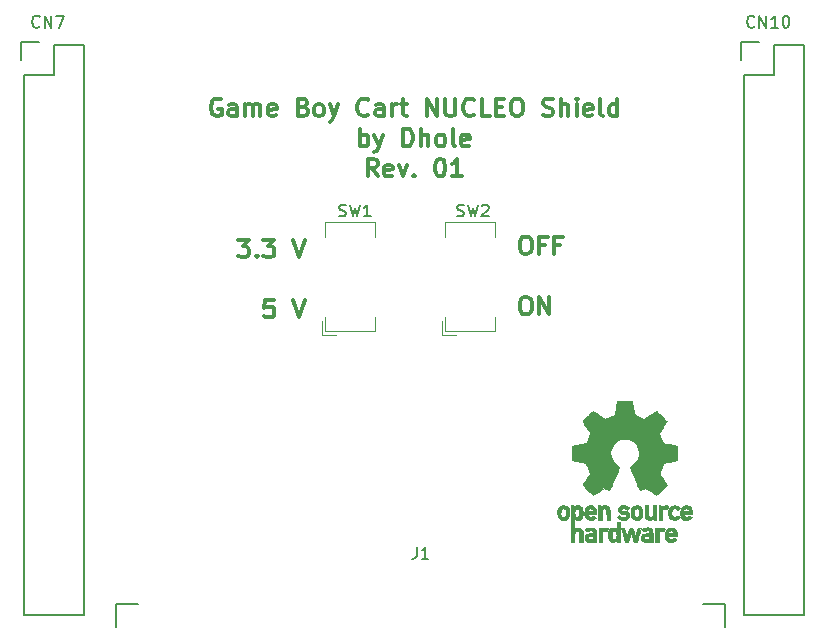
<source format=gbr>
G04 #@! TF.FileFunction,Legend,Top*
%FSLAX46Y46*%
G04 Gerber Fmt 4.6, Leading zero omitted, Abs format (unit mm)*
G04 Created by KiCad (PCBNEW 4.0.7) date Sat Mar 17 14:08:55 2018*
%MOMM*%
%LPD*%
G01*
G04 APERTURE LIST*
%ADD10C,0.100000*%
%ADD11C,0.300000*%
%ADD12C,0.150000*%
%ADD13C,0.120000*%
%ADD14C,0.010000*%
G04 APERTURE END LIST*
D10*
D11*
X148659143Y-74536000D02*
X148516286Y-74464571D01*
X148302000Y-74464571D01*
X148087715Y-74536000D01*
X147944857Y-74678857D01*
X147873429Y-74821714D01*
X147802000Y-75107429D01*
X147802000Y-75321714D01*
X147873429Y-75607429D01*
X147944857Y-75750286D01*
X148087715Y-75893143D01*
X148302000Y-75964571D01*
X148444857Y-75964571D01*
X148659143Y-75893143D01*
X148730572Y-75821714D01*
X148730572Y-75321714D01*
X148444857Y-75321714D01*
X150016286Y-75964571D02*
X150016286Y-75178857D01*
X149944857Y-75036000D01*
X149802000Y-74964571D01*
X149516286Y-74964571D01*
X149373429Y-75036000D01*
X150016286Y-75893143D02*
X149873429Y-75964571D01*
X149516286Y-75964571D01*
X149373429Y-75893143D01*
X149302000Y-75750286D01*
X149302000Y-75607429D01*
X149373429Y-75464571D01*
X149516286Y-75393143D01*
X149873429Y-75393143D01*
X150016286Y-75321714D01*
X150730572Y-75964571D02*
X150730572Y-74964571D01*
X150730572Y-75107429D02*
X150802000Y-75036000D01*
X150944858Y-74964571D01*
X151159143Y-74964571D01*
X151302000Y-75036000D01*
X151373429Y-75178857D01*
X151373429Y-75964571D01*
X151373429Y-75178857D02*
X151444858Y-75036000D01*
X151587715Y-74964571D01*
X151802000Y-74964571D01*
X151944858Y-75036000D01*
X152016286Y-75178857D01*
X152016286Y-75964571D01*
X153302000Y-75893143D02*
X153159143Y-75964571D01*
X152873429Y-75964571D01*
X152730572Y-75893143D01*
X152659143Y-75750286D01*
X152659143Y-75178857D01*
X152730572Y-75036000D01*
X152873429Y-74964571D01*
X153159143Y-74964571D01*
X153302000Y-75036000D01*
X153373429Y-75178857D01*
X153373429Y-75321714D01*
X152659143Y-75464571D01*
X155659143Y-75178857D02*
X155873429Y-75250286D01*
X155944857Y-75321714D01*
X156016286Y-75464571D01*
X156016286Y-75678857D01*
X155944857Y-75821714D01*
X155873429Y-75893143D01*
X155730571Y-75964571D01*
X155159143Y-75964571D01*
X155159143Y-74464571D01*
X155659143Y-74464571D01*
X155802000Y-74536000D01*
X155873429Y-74607429D01*
X155944857Y-74750286D01*
X155944857Y-74893143D01*
X155873429Y-75036000D01*
X155802000Y-75107429D01*
X155659143Y-75178857D01*
X155159143Y-75178857D01*
X156873429Y-75964571D02*
X156730571Y-75893143D01*
X156659143Y-75821714D01*
X156587714Y-75678857D01*
X156587714Y-75250286D01*
X156659143Y-75107429D01*
X156730571Y-75036000D01*
X156873429Y-74964571D01*
X157087714Y-74964571D01*
X157230571Y-75036000D01*
X157302000Y-75107429D01*
X157373429Y-75250286D01*
X157373429Y-75678857D01*
X157302000Y-75821714D01*
X157230571Y-75893143D01*
X157087714Y-75964571D01*
X156873429Y-75964571D01*
X157873429Y-74964571D02*
X158230572Y-75964571D01*
X158587714Y-74964571D02*
X158230572Y-75964571D01*
X158087714Y-76321714D01*
X158016286Y-76393143D01*
X157873429Y-76464571D01*
X161159143Y-75821714D02*
X161087714Y-75893143D01*
X160873428Y-75964571D01*
X160730571Y-75964571D01*
X160516286Y-75893143D01*
X160373428Y-75750286D01*
X160302000Y-75607429D01*
X160230571Y-75321714D01*
X160230571Y-75107429D01*
X160302000Y-74821714D01*
X160373428Y-74678857D01*
X160516286Y-74536000D01*
X160730571Y-74464571D01*
X160873428Y-74464571D01*
X161087714Y-74536000D01*
X161159143Y-74607429D01*
X162444857Y-75964571D02*
X162444857Y-75178857D01*
X162373428Y-75036000D01*
X162230571Y-74964571D01*
X161944857Y-74964571D01*
X161802000Y-75036000D01*
X162444857Y-75893143D02*
X162302000Y-75964571D01*
X161944857Y-75964571D01*
X161802000Y-75893143D01*
X161730571Y-75750286D01*
X161730571Y-75607429D01*
X161802000Y-75464571D01*
X161944857Y-75393143D01*
X162302000Y-75393143D01*
X162444857Y-75321714D01*
X163159143Y-75964571D02*
X163159143Y-74964571D01*
X163159143Y-75250286D02*
X163230571Y-75107429D01*
X163302000Y-75036000D01*
X163444857Y-74964571D01*
X163587714Y-74964571D01*
X163873428Y-74964571D02*
X164444857Y-74964571D01*
X164087714Y-74464571D02*
X164087714Y-75750286D01*
X164159142Y-75893143D01*
X164302000Y-75964571D01*
X164444857Y-75964571D01*
X166087714Y-75964571D02*
X166087714Y-74464571D01*
X166944857Y-75964571D01*
X166944857Y-74464571D01*
X167659143Y-74464571D02*
X167659143Y-75678857D01*
X167730571Y-75821714D01*
X167802000Y-75893143D01*
X167944857Y-75964571D01*
X168230571Y-75964571D01*
X168373429Y-75893143D01*
X168444857Y-75821714D01*
X168516286Y-75678857D01*
X168516286Y-74464571D01*
X170087715Y-75821714D02*
X170016286Y-75893143D01*
X169802000Y-75964571D01*
X169659143Y-75964571D01*
X169444858Y-75893143D01*
X169302000Y-75750286D01*
X169230572Y-75607429D01*
X169159143Y-75321714D01*
X169159143Y-75107429D01*
X169230572Y-74821714D01*
X169302000Y-74678857D01*
X169444858Y-74536000D01*
X169659143Y-74464571D01*
X169802000Y-74464571D01*
X170016286Y-74536000D01*
X170087715Y-74607429D01*
X171444858Y-75964571D02*
X170730572Y-75964571D01*
X170730572Y-74464571D01*
X171944858Y-75178857D02*
X172444858Y-75178857D01*
X172659144Y-75964571D02*
X171944858Y-75964571D01*
X171944858Y-74464571D01*
X172659144Y-74464571D01*
X173587715Y-74464571D02*
X173873429Y-74464571D01*
X174016287Y-74536000D01*
X174159144Y-74678857D01*
X174230572Y-74964571D01*
X174230572Y-75464571D01*
X174159144Y-75750286D01*
X174016287Y-75893143D01*
X173873429Y-75964571D01*
X173587715Y-75964571D01*
X173444858Y-75893143D01*
X173302001Y-75750286D01*
X173230572Y-75464571D01*
X173230572Y-74964571D01*
X173302001Y-74678857D01*
X173444858Y-74536000D01*
X173587715Y-74464571D01*
X175944858Y-75893143D02*
X176159144Y-75964571D01*
X176516287Y-75964571D01*
X176659144Y-75893143D01*
X176730573Y-75821714D01*
X176802001Y-75678857D01*
X176802001Y-75536000D01*
X176730573Y-75393143D01*
X176659144Y-75321714D01*
X176516287Y-75250286D01*
X176230573Y-75178857D01*
X176087715Y-75107429D01*
X176016287Y-75036000D01*
X175944858Y-74893143D01*
X175944858Y-74750286D01*
X176016287Y-74607429D01*
X176087715Y-74536000D01*
X176230573Y-74464571D01*
X176587715Y-74464571D01*
X176802001Y-74536000D01*
X177444858Y-75964571D02*
X177444858Y-74464571D01*
X178087715Y-75964571D02*
X178087715Y-75178857D01*
X178016286Y-75036000D01*
X177873429Y-74964571D01*
X177659144Y-74964571D01*
X177516286Y-75036000D01*
X177444858Y-75107429D01*
X178802001Y-75964571D02*
X178802001Y-74964571D01*
X178802001Y-74464571D02*
X178730572Y-74536000D01*
X178802001Y-74607429D01*
X178873429Y-74536000D01*
X178802001Y-74464571D01*
X178802001Y-74607429D01*
X180087715Y-75893143D02*
X179944858Y-75964571D01*
X179659144Y-75964571D01*
X179516287Y-75893143D01*
X179444858Y-75750286D01*
X179444858Y-75178857D01*
X179516287Y-75036000D01*
X179659144Y-74964571D01*
X179944858Y-74964571D01*
X180087715Y-75036000D01*
X180159144Y-75178857D01*
X180159144Y-75321714D01*
X179444858Y-75464571D01*
X181016287Y-75964571D02*
X180873429Y-75893143D01*
X180802001Y-75750286D01*
X180802001Y-74464571D01*
X182230572Y-75964571D02*
X182230572Y-74464571D01*
X182230572Y-75893143D02*
X182087715Y-75964571D01*
X181802001Y-75964571D01*
X181659143Y-75893143D01*
X181587715Y-75821714D01*
X181516286Y-75678857D01*
X181516286Y-75250286D01*
X181587715Y-75107429D01*
X181659143Y-75036000D01*
X181802001Y-74964571D01*
X182087715Y-74964571D01*
X182230572Y-75036000D01*
X160444858Y-78514571D02*
X160444858Y-77014571D01*
X160444858Y-77586000D02*
X160587715Y-77514571D01*
X160873429Y-77514571D01*
X161016286Y-77586000D01*
X161087715Y-77657429D01*
X161159144Y-77800286D01*
X161159144Y-78228857D01*
X161087715Y-78371714D01*
X161016286Y-78443143D01*
X160873429Y-78514571D01*
X160587715Y-78514571D01*
X160444858Y-78443143D01*
X161659144Y-77514571D02*
X162016287Y-78514571D01*
X162373429Y-77514571D02*
X162016287Y-78514571D01*
X161873429Y-78871714D01*
X161802001Y-78943143D01*
X161659144Y-79014571D01*
X164087715Y-78514571D02*
X164087715Y-77014571D01*
X164444858Y-77014571D01*
X164659143Y-77086000D01*
X164802001Y-77228857D01*
X164873429Y-77371714D01*
X164944858Y-77657429D01*
X164944858Y-77871714D01*
X164873429Y-78157429D01*
X164802001Y-78300286D01*
X164659143Y-78443143D01*
X164444858Y-78514571D01*
X164087715Y-78514571D01*
X165587715Y-78514571D02*
X165587715Y-77014571D01*
X166230572Y-78514571D02*
X166230572Y-77728857D01*
X166159143Y-77586000D01*
X166016286Y-77514571D01*
X165802001Y-77514571D01*
X165659143Y-77586000D01*
X165587715Y-77657429D01*
X167159144Y-78514571D02*
X167016286Y-78443143D01*
X166944858Y-78371714D01*
X166873429Y-78228857D01*
X166873429Y-77800286D01*
X166944858Y-77657429D01*
X167016286Y-77586000D01*
X167159144Y-77514571D01*
X167373429Y-77514571D01*
X167516286Y-77586000D01*
X167587715Y-77657429D01*
X167659144Y-77800286D01*
X167659144Y-78228857D01*
X167587715Y-78371714D01*
X167516286Y-78443143D01*
X167373429Y-78514571D01*
X167159144Y-78514571D01*
X168516287Y-78514571D02*
X168373429Y-78443143D01*
X168302001Y-78300286D01*
X168302001Y-77014571D01*
X169659143Y-78443143D02*
X169516286Y-78514571D01*
X169230572Y-78514571D01*
X169087715Y-78443143D01*
X169016286Y-78300286D01*
X169016286Y-77728857D01*
X169087715Y-77586000D01*
X169230572Y-77514571D01*
X169516286Y-77514571D01*
X169659143Y-77586000D01*
X169730572Y-77728857D01*
X169730572Y-77871714D01*
X169016286Y-78014571D01*
X161944858Y-81064571D02*
X161444858Y-80350286D01*
X161087715Y-81064571D02*
X161087715Y-79564571D01*
X161659143Y-79564571D01*
X161802001Y-79636000D01*
X161873429Y-79707429D01*
X161944858Y-79850286D01*
X161944858Y-80064571D01*
X161873429Y-80207429D01*
X161802001Y-80278857D01*
X161659143Y-80350286D01*
X161087715Y-80350286D01*
X163159143Y-80993143D02*
X163016286Y-81064571D01*
X162730572Y-81064571D01*
X162587715Y-80993143D01*
X162516286Y-80850286D01*
X162516286Y-80278857D01*
X162587715Y-80136000D01*
X162730572Y-80064571D01*
X163016286Y-80064571D01*
X163159143Y-80136000D01*
X163230572Y-80278857D01*
X163230572Y-80421714D01*
X162516286Y-80564571D01*
X163730572Y-80064571D02*
X164087715Y-81064571D01*
X164444857Y-80064571D01*
X165016286Y-80921714D02*
X165087714Y-80993143D01*
X165016286Y-81064571D01*
X164944857Y-80993143D01*
X165016286Y-80921714D01*
X165016286Y-81064571D01*
X167159143Y-79564571D02*
X167302000Y-79564571D01*
X167444857Y-79636000D01*
X167516286Y-79707429D01*
X167587715Y-79850286D01*
X167659143Y-80136000D01*
X167659143Y-80493143D01*
X167587715Y-80778857D01*
X167516286Y-80921714D01*
X167444857Y-80993143D01*
X167302000Y-81064571D01*
X167159143Y-81064571D01*
X167016286Y-80993143D01*
X166944857Y-80921714D01*
X166873429Y-80778857D01*
X166802000Y-80493143D01*
X166802000Y-80136000D01*
X166873429Y-79850286D01*
X166944857Y-79707429D01*
X167016286Y-79636000D01*
X167159143Y-79564571D01*
X169087714Y-81064571D02*
X168230571Y-81064571D01*
X168659143Y-81064571D02*
X168659143Y-79564571D01*
X168516286Y-79778857D01*
X168373428Y-79921714D01*
X168230571Y-79993143D01*
X174330857Y-86148571D02*
X174616571Y-86148571D01*
X174759429Y-86220000D01*
X174902286Y-86362857D01*
X174973714Y-86648571D01*
X174973714Y-87148571D01*
X174902286Y-87434286D01*
X174759429Y-87577143D01*
X174616571Y-87648571D01*
X174330857Y-87648571D01*
X174188000Y-87577143D01*
X174045143Y-87434286D01*
X173973714Y-87148571D01*
X173973714Y-86648571D01*
X174045143Y-86362857D01*
X174188000Y-86220000D01*
X174330857Y-86148571D01*
X176116572Y-86862857D02*
X175616572Y-86862857D01*
X175616572Y-87648571D02*
X175616572Y-86148571D01*
X176330858Y-86148571D01*
X177402286Y-86862857D02*
X176902286Y-86862857D01*
X176902286Y-87648571D02*
X176902286Y-86148571D01*
X177616572Y-86148571D01*
X174330857Y-91248571D02*
X174616571Y-91248571D01*
X174759429Y-91320000D01*
X174902286Y-91462857D01*
X174973714Y-91748571D01*
X174973714Y-92248571D01*
X174902286Y-92534286D01*
X174759429Y-92677143D01*
X174616571Y-92748571D01*
X174330857Y-92748571D01*
X174188000Y-92677143D01*
X174045143Y-92534286D01*
X173973714Y-92248571D01*
X173973714Y-91748571D01*
X174045143Y-91462857D01*
X174188000Y-91320000D01*
X174330857Y-91248571D01*
X175616572Y-92748571D02*
X175616572Y-91248571D01*
X176473715Y-92748571D01*
X176473715Y-91248571D01*
X150122287Y-86402571D02*
X151050858Y-86402571D01*
X150550858Y-86974000D01*
X150765144Y-86974000D01*
X150908001Y-87045429D01*
X150979430Y-87116857D01*
X151050858Y-87259714D01*
X151050858Y-87616857D01*
X150979430Y-87759714D01*
X150908001Y-87831143D01*
X150765144Y-87902571D01*
X150336572Y-87902571D01*
X150193715Y-87831143D01*
X150122287Y-87759714D01*
X151693715Y-87759714D02*
X151765143Y-87831143D01*
X151693715Y-87902571D01*
X151622286Y-87831143D01*
X151693715Y-87759714D01*
X151693715Y-87902571D01*
X152265144Y-86402571D02*
X153193715Y-86402571D01*
X152693715Y-86974000D01*
X152908001Y-86974000D01*
X153050858Y-87045429D01*
X153122287Y-87116857D01*
X153193715Y-87259714D01*
X153193715Y-87616857D01*
X153122287Y-87759714D01*
X153050858Y-87831143D01*
X152908001Y-87902571D01*
X152479429Y-87902571D01*
X152336572Y-87831143D01*
X152265144Y-87759714D01*
X154765143Y-86402571D02*
X155265143Y-87902571D01*
X155765143Y-86402571D01*
X153122287Y-91502571D02*
X152408001Y-91502571D01*
X152336572Y-92216857D01*
X152408001Y-92145429D01*
X152550858Y-92074000D01*
X152908001Y-92074000D01*
X153050858Y-92145429D01*
X153122287Y-92216857D01*
X153193715Y-92359714D01*
X153193715Y-92716857D01*
X153122287Y-92859714D01*
X153050858Y-92931143D01*
X152908001Y-93002571D01*
X152550858Y-93002571D01*
X152408001Y-92931143D01*
X152336572Y-92859714D01*
X154765143Y-91502571D02*
X155265143Y-93002571D01*
X155765143Y-91502571D01*
D12*
X137060000Y-69970000D02*
X137060000Y-118230000D01*
X131980000Y-118230000D02*
X131980000Y-72510000D01*
X137060000Y-118230000D02*
X131980000Y-118230000D01*
X137060000Y-69970000D02*
X134520000Y-69970000D01*
X133250000Y-69690000D02*
X131700000Y-69690000D01*
X134520000Y-69970000D02*
X134520000Y-72510000D01*
X134520000Y-72510000D02*
X131980000Y-72510000D01*
X131700000Y-69690000D02*
X131700000Y-71240000D01*
X198020000Y-69970000D02*
X198020000Y-118230000D01*
X192940000Y-118230000D02*
X192940000Y-72510000D01*
X198020000Y-118230000D02*
X192940000Y-118230000D01*
X198020000Y-69970000D02*
X195480000Y-69970000D01*
X194210000Y-69690000D02*
X192660000Y-69690000D01*
X195480000Y-69970000D02*
X195480000Y-72510000D01*
X195480000Y-72510000D02*
X192940000Y-72510000D01*
X192660000Y-69690000D02*
X192660000Y-71240000D01*
X191360000Y-117290000D02*
X191360000Y-119190000D01*
X189460000Y-117290000D02*
X191360000Y-117290000D01*
X141660000Y-117290000D02*
X139760000Y-117290000D01*
X139760000Y-117290000D02*
X139760000Y-119190000D01*
D13*
X157190000Y-94460000D02*
X158390000Y-94460000D01*
X157190000Y-93260000D02*
X157190000Y-94460000D01*
X161690000Y-84960000D02*
X161690000Y-86160000D01*
X157490000Y-84960000D02*
X161690000Y-84960000D01*
X157490000Y-86160000D02*
X157490000Y-84960000D01*
X161690000Y-94160000D02*
X161690000Y-92960000D01*
X157490000Y-94160000D02*
X161690000Y-94160000D01*
X157490000Y-92960000D02*
X157490000Y-94160000D01*
X167350000Y-94460000D02*
X168550000Y-94460000D01*
X167350000Y-93260000D02*
X167350000Y-94460000D01*
X171850000Y-84960000D02*
X171850000Y-86160000D01*
X167650000Y-84960000D02*
X171850000Y-84960000D01*
X167650000Y-86160000D02*
X167650000Y-84960000D01*
X171850000Y-94160000D02*
X171850000Y-92960000D01*
X167650000Y-94160000D02*
X171850000Y-94160000D01*
X167650000Y-92960000D02*
X167650000Y-94160000D01*
D14*
G36*
X179051909Y-108939560D02*
X179104412Y-108965499D01*
X179169158Y-109010700D01*
X179216347Y-109059991D01*
X179248665Y-109121885D01*
X179268797Y-109204896D01*
X179279430Y-109317538D01*
X179283247Y-109468324D01*
X179283470Y-109533149D01*
X179282818Y-109675221D01*
X179280112Y-109776757D01*
X179274224Y-109847015D01*
X179264027Y-109895256D01*
X179248394Y-109930738D01*
X179232128Y-109954943D01*
X179128295Y-110057929D01*
X179006021Y-110119874D01*
X178874114Y-110138506D01*
X178741384Y-110111549D01*
X178699333Y-110092486D01*
X178598666Y-110040015D01*
X178598666Y-110862259D01*
X178672135Y-110824267D01*
X178768941Y-110794872D01*
X178887928Y-110787342D01*
X179006745Y-110801245D01*
X179096473Y-110832476D01*
X179170899Y-110891954D01*
X179234490Y-110977066D01*
X179239271Y-110985805D01*
X179259437Y-111026966D01*
X179274165Y-111068454D01*
X179284303Y-111118713D01*
X179290699Y-111186184D01*
X179294201Y-111279309D01*
X179295658Y-111406531D01*
X179295921Y-111549701D01*
X179295921Y-112006471D01*
X179022000Y-112006471D01*
X179022000Y-111164231D01*
X178945383Y-111099763D01*
X178865793Y-111048194D01*
X178790422Y-111038818D01*
X178714633Y-111062947D01*
X178674241Y-111086574D01*
X178644179Y-111120227D01*
X178622797Y-111171087D01*
X178608450Y-111246334D01*
X178599490Y-111353146D01*
X178594270Y-111498704D01*
X178592431Y-111595588D01*
X178586215Y-111994020D01*
X178455480Y-112001547D01*
X178324745Y-112009073D01*
X178324745Y-109536582D01*
X178598666Y-109536582D01*
X178605650Y-109674423D01*
X178629182Y-109770107D01*
X178673135Y-109829641D01*
X178741382Y-109859029D01*
X178810333Y-109864902D01*
X178888386Y-109858154D01*
X178940189Y-109831594D01*
X178972583Y-109796499D01*
X178998084Y-109758752D01*
X179013265Y-109716700D01*
X179020019Y-109657779D01*
X179020241Y-109569428D01*
X179017968Y-109495448D01*
X179012749Y-109384000D01*
X179004979Y-109310833D01*
X178991895Y-109264422D01*
X178970732Y-109233244D01*
X178950760Y-109215223D01*
X178867314Y-109175925D01*
X178768551Y-109169579D01*
X178711841Y-109183116D01*
X178655692Y-109231233D01*
X178618499Y-109324833D01*
X178600472Y-109463254D01*
X178598666Y-109536582D01*
X178324745Y-109536582D01*
X178324745Y-108918628D01*
X178461705Y-108918628D01*
X178543935Y-108921879D01*
X178586360Y-108933426D01*
X178598661Y-108955952D01*
X178598666Y-108956620D01*
X178604374Y-108978681D01*
X178629547Y-108976176D01*
X178679598Y-108951935D01*
X178796219Y-108914851D01*
X178927429Y-108910953D01*
X179051909Y-108939560D01*
X179051909Y-108939560D01*
G37*
X179051909Y-108939560D02*
X179104412Y-108965499D01*
X179169158Y-109010700D01*
X179216347Y-109059991D01*
X179248665Y-109121885D01*
X179268797Y-109204896D01*
X179279430Y-109317538D01*
X179283247Y-109468324D01*
X179283470Y-109533149D01*
X179282818Y-109675221D01*
X179280112Y-109776757D01*
X179274224Y-109847015D01*
X179264027Y-109895256D01*
X179248394Y-109930738D01*
X179232128Y-109954943D01*
X179128295Y-110057929D01*
X179006021Y-110119874D01*
X178874114Y-110138506D01*
X178741384Y-110111549D01*
X178699333Y-110092486D01*
X178598666Y-110040015D01*
X178598666Y-110862259D01*
X178672135Y-110824267D01*
X178768941Y-110794872D01*
X178887928Y-110787342D01*
X179006745Y-110801245D01*
X179096473Y-110832476D01*
X179170899Y-110891954D01*
X179234490Y-110977066D01*
X179239271Y-110985805D01*
X179259437Y-111026966D01*
X179274165Y-111068454D01*
X179284303Y-111118713D01*
X179290699Y-111186184D01*
X179294201Y-111279309D01*
X179295658Y-111406531D01*
X179295921Y-111549701D01*
X179295921Y-112006471D01*
X179022000Y-112006471D01*
X179022000Y-111164231D01*
X178945383Y-111099763D01*
X178865793Y-111048194D01*
X178790422Y-111038818D01*
X178714633Y-111062947D01*
X178674241Y-111086574D01*
X178644179Y-111120227D01*
X178622797Y-111171087D01*
X178608450Y-111246334D01*
X178599490Y-111353146D01*
X178594270Y-111498704D01*
X178592431Y-111595588D01*
X178586215Y-111994020D01*
X178455480Y-112001547D01*
X178324745Y-112009073D01*
X178324745Y-109536582D01*
X178598666Y-109536582D01*
X178605650Y-109674423D01*
X178629182Y-109770107D01*
X178673135Y-109829641D01*
X178741382Y-109859029D01*
X178810333Y-109864902D01*
X178888386Y-109858154D01*
X178940189Y-109831594D01*
X178972583Y-109796499D01*
X178998084Y-109758752D01*
X179013265Y-109716700D01*
X179020019Y-109657779D01*
X179020241Y-109569428D01*
X179017968Y-109495448D01*
X179012749Y-109384000D01*
X179004979Y-109310833D01*
X178991895Y-109264422D01*
X178970732Y-109233244D01*
X178950760Y-109215223D01*
X178867314Y-109175925D01*
X178768551Y-109169579D01*
X178711841Y-109183116D01*
X178655692Y-109231233D01*
X178618499Y-109324833D01*
X178600472Y-109463254D01*
X178598666Y-109536582D01*
X178324745Y-109536582D01*
X178324745Y-108918628D01*
X178461705Y-108918628D01*
X178543935Y-108921879D01*
X178586360Y-108933426D01*
X178598661Y-108955952D01*
X178598666Y-108956620D01*
X178604374Y-108978681D01*
X178629547Y-108976176D01*
X178679598Y-108951935D01*
X178796219Y-108914851D01*
X178927429Y-108910953D01*
X179051909Y-108939560D01*
G36*
X180090720Y-110795922D02*
X180207870Y-110827180D01*
X180297051Y-110883837D01*
X180359984Y-110958045D01*
X180379548Y-110989716D01*
X180393992Y-111022891D01*
X180404089Y-111065329D01*
X180410615Y-111124788D01*
X180414342Y-111209029D01*
X180416046Y-111325810D01*
X180416500Y-111482890D01*
X180416509Y-111524565D01*
X180416509Y-112006471D01*
X180296980Y-112006471D01*
X180220739Y-112001131D01*
X180164366Y-111987604D01*
X180150242Y-111979262D01*
X180111630Y-111964864D01*
X180072192Y-111979262D01*
X180007262Y-111997237D01*
X179912945Y-112004472D01*
X179808407Y-112001333D01*
X179712811Y-111988186D01*
X179657000Y-111971318D01*
X179548998Y-111901986D01*
X179481503Y-111805772D01*
X179451159Y-111677844D01*
X179450877Y-111674559D01*
X179453540Y-111617808D01*
X179694353Y-111617808D01*
X179715405Y-111682358D01*
X179749697Y-111718686D01*
X179818532Y-111746162D01*
X179909390Y-111757129D01*
X180002042Y-111751731D01*
X180076256Y-111730110D01*
X180097049Y-111716239D01*
X180133381Y-111652143D01*
X180142588Y-111579278D01*
X180142588Y-111483530D01*
X180004827Y-111483530D01*
X179873953Y-111493605D01*
X179774741Y-111522148D01*
X179713023Y-111566639D01*
X179694353Y-111617808D01*
X179453540Y-111617808D01*
X179457436Y-111534790D01*
X179503534Y-111424282D01*
X179590200Y-111340712D01*
X179602179Y-111333110D01*
X179653655Y-111308357D01*
X179717368Y-111293368D01*
X179806435Y-111286082D01*
X179912245Y-111284407D01*
X180142588Y-111284314D01*
X180142588Y-111187755D01*
X180132817Y-111112836D01*
X180107884Y-111062644D01*
X180104965Y-111059972D01*
X180049481Y-111038015D01*
X179965727Y-111029505D01*
X179873167Y-111033687D01*
X179791270Y-111049809D01*
X179742673Y-111073990D01*
X179716341Y-111093359D01*
X179688535Y-111097057D01*
X179650161Y-111081188D01*
X179592125Y-111041855D01*
X179505331Y-110975164D01*
X179497365Y-110968916D01*
X179501447Y-110945800D01*
X179535501Y-110907352D01*
X179587260Y-110864627D01*
X179644455Y-110828679D01*
X179662425Y-110820191D01*
X179727972Y-110803252D01*
X179824020Y-110791170D01*
X179931329Y-110786323D01*
X179936347Y-110786313D01*
X180090720Y-110795922D01*
X180090720Y-110795922D01*
G37*
X180090720Y-110795922D02*
X180207870Y-110827180D01*
X180297051Y-110883837D01*
X180359984Y-110958045D01*
X180379548Y-110989716D01*
X180393992Y-111022891D01*
X180404089Y-111065329D01*
X180410615Y-111124788D01*
X180414342Y-111209029D01*
X180416046Y-111325810D01*
X180416500Y-111482890D01*
X180416509Y-111524565D01*
X180416509Y-112006471D01*
X180296980Y-112006471D01*
X180220739Y-112001131D01*
X180164366Y-111987604D01*
X180150242Y-111979262D01*
X180111630Y-111964864D01*
X180072192Y-111979262D01*
X180007262Y-111997237D01*
X179912945Y-112004472D01*
X179808407Y-112001333D01*
X179712811Y-111988186D01*
X179657000Y-111971318D01*
X179548998Y-111901986D01*
X179481503Y-111805772D01*
X179451159Y-111677844D01*
X179450877Y-111674559D01*
X179453540Y-111617808D01*
X179694353Y-111617808D01*
X179715405Y-111682358D01*
X179749697Y-111718686D01*
X179818532Y-111746162D01*
X179909390Y-111757129D01*
X180002042Y-111751731D01*
X180076256Y-111730110D01*
X180097049Y-111716239D01*
X180133381Y-111652143D01*
X180142588Y-111579278D01*
X180142588Y-111483530D01*
X180004827Y-111483530D01*
X179873953Y-111493605D01*
X179774741Y-111522148D01*
X179713023Y-111566639D01*
X179694353Y-111617808D01*
X179453540Y-111617808D01*
X179457436Y-111534790D01*
X179503534Y-111424282D01*
X179590200Y-111340712D01*
X179602179Y-111333110D01*
X179653655Y-111308357D01*
X179717368Y-111293368D01*
X179806435Y-111286082D01*
X179912245Y-111284407D01*
X180142588Y-111284314D01*
X180142588Y-111187755D01*
X180132817Y-111112836D01*
X180107884Y-111062644D01*
X180104965Y-111059972D01*
X180049481Y-111038015D01*
X179965727Y-111029505D01*
X179873167Y-111033687D01*
X179791270Y-111049809D01*
X179742673Y-111073990D01*
X179716341Y-111093359D01*
X179688535Y-111097057D01*
X179650161Y-111081188D01*
X179592125Y-111041855D01*
X179505331Y-110975164D01*
X179497365Y-110968916D01*
X179501447Y-110945800D01*
X179535501Y-110907352D01*
X179587260Y-110864627D01*
X179644455Y-110828679D01*
X179662425Y-110820191D01*
X179727972Y-110803252D01*
X179824020Y-110791170D01*
X179931329Y-110786323D01*
X179936347Y-110786313D01*
X180090720Y-110795922D01*
G36*
X180864764Y-110788921D02*
X180902030Y-110800091D01*
X180914043Y-110824633D01*
X180914549Y-110835712D01*
X180916704Y-110866572D01*
X180931551Y-110871417D01*
X180971657Y-110850260D01*
X180995480Y-110835806D01*
X181070638Y-110804850D01*
X181160406Y-110789544D01*
X181254529Y-110788367D01*
X181342754Y-110799799D01*
X181414826Y-110822320D01*
X181460492Y-110854409D01*
X181469498Y-110894545D01*
X181464953Y-110905415D01*
X181431821Y-110950534D01*
X181380445Y-111006026D01*
X181371152Y-111014996D01*
X181322182Y-111056245D01*
X181279931Y-111069572D01*
X181220841Y-111060271D01*
X181197169Y-111054090D01*
X181123504Y-111039246D01*
X181071710Y-111045921D01*
X181027969Y-111069465D01*
X180987902Y-111101061D01*
X180958392Y-111140798D01*
X180937884Y-111196252D01*
X180924824Y-111275003D01*
X180917656Y-111384629D01*
X180914824Y-111532706D01*
X180914549Y-111622111D01*
X180914549Y-112006471D01*
X180665529Y-112006471D01*
X180665529Y-110786275D01*
X180790039Y-110786275D01*
X180864764Y-110788921D01*
X180864764Y-110788921D01*
G37*
X180864764Y-110788921D02*
X180902030Y-110800091D01*
X180914043Y-110824633D01*
X180914549Y-110835712D01*
X180916704Y-110866572D01*
X180931551Y-110871417D01*
X180971657Y-110850260D01*
X180995480Y-110835806D01*
X181070638Y-110804850D01*
X181160406Y-110789544D01*
X181254529Y-110788367D01*
X181342754Y-110799799D01*
X181414826Y-110822320D01*
X181460492Y-110854409D01*
X181469498Y-110894545D01*
X181464953Y-110905415D01*
X181431821Y-110950534D01*
X181380445Y-111006026D01*
X181371152Y-111014996D01*
X181322182Y-111056245D01*
X181279931Y-111069572D01*
X181220841Y-111060271D01*
X181197169Y-111054090D01*
X181123504Y-111039246D01*
X181071710Y-111045921D01*
X181027969Y-111069465D01*
X180987902Y-111101061D01*
X180958392Y-111140798D01*
X180937884Y-111196252D01*
X180924824Y-111275003D01*
X180917656Y-111384629D01*
X180914824Y-111532706D01*
X180914549Y-111622111D01*
X180914549Y-112006471D01*
X180665529Y-112006471D01*
X180665529Y-110786275D01*
X180790039Y-110786275D01*
X180864764Y-110788921D01*
G36*
X182433568Y-112006471D02*
X182296607Y-112006471D01*
X182217111Y-112004140D01*
X182175708Y-111994488D01*
X182160801Y-111973525D01*
X182159647Y-111959351D01*
X182157133Y-111930927D01*
X182141280Y-111925475D01*
X182099621Y-111942998D01*
X182067224Y-111959351D01*
X181942849Y-111998103D01*
X181807646Y-112000346D01*
X181697726Y-111971444D01*
X181595366Y-111901619D01*
X181517340Y-111798555D01*
X181474614Y-111676989D01*
X181473526Y-111670192D01*
X181467178Y-111596032D01*
X181464021Y-111489570D01*
X181464275Y-111409052D01*
X181736289Y-111409052D01*
X181742590Y-111516070D01*
X181756925Y-111604278D01*
X181776331Y-111654090D01*
X181849746Y-111722162D01*
X181936914Y-111746564D01*
X182026804Y-111726831D01*
X182103617Y-111667968D01*
X182132708Y-111628379D01*
X182149717Y-111581138D01*
X182157684Y-111512181D01*
X182159647Y-111408607D01*
X182156134Y-111306039D01*
X182146857Y-111215921D01*
X182133706Y-111155613D01*
X182131514Y-111150208D01*
X182078478Y-111085940D01*
X182001067Y-111050656D01*
X181914454Y-111044959D01*
X181833807Y-111069453D01*
X181774297Y-111124742D01*
X181768124Y-111135743D01*
X181748801Y-111202827D01*
X181738274Y-111299284D01*
X181736289Y-111409052D01*
X181464275Y-111409052D01*
X181464404Y-111368225D01*
X181466194Y-111302918D01*
X181478373Y-111141355D01*
X181503685Y-111020053D01*
X181545793Y-110930379D01*
X181608359Y-110863699D01*
X181669100Y-110824557D01*
X181753964Y-110797040D01*
X181859515Y-110787603D01*
X181967598Y-110795290D01*
X182060058Y-110819146D01*
X182108910Y-110847685D01*
X182159647Y-110893601D01*
X182159647Y-110313137D01*
X182433568Y-110313137D01*
X182433568Y-112006471D01*
X182433568Y-112006471D01*
G37*
X182433568Y-112006471D02*
X182296607Y-112006471D01*
X182217111Y-112004140D01*
X182175708Y-111994488D01*
X182160801Y-111973525D01*
X182159647Y-111959351D01*
X182157133Y-111930927D01*
X182141280Y-111925475D01*
X182099621Y-111942998D01*
X182067224Y-111959351D01*
X181942849Y-111998103D01*
X181807646Y-112000346D01*
X181697726Y-111971444D01*
X181595366Y-111901619D01*
X181517340Y-111798555D01*
X181474614Y-111676989D01*
X181473526Y-111670192D01*
X181467178Y-111596032D01*
X181464021Y-111489570D01*
X181464275Y-111409052D01*
X181736289Y-111409052D01*
X181742590Y-111516070D01*
X181756925Y-111604278D01*
X181776331Y-111654090D01*
X181849746Y-111722162D01*
X181936914Y-111746564D01*
X182026804Y-111726831D01*
X182103617Y-111667968D01*
X182132708Y-111628379D01*
X182149717Y-111581138D01*
X182157684Y-111512181D01*
X182159647Y-111408607D01*
X182156134Y-111306039D01*
X182146857Y-111215921D01*
X182133706Y-111155613D01*
X182131514Y-111150208D01*
X182078478Y-111085940D01*
X182001067Y-111050656D01*
X181914454Y-111044959D01*
X181833807Y-111069453D01*
X181774297Y-111124742D01*
X181768124Y-111135743D01*
X181748801Y-111202827D01*
X181738274Y-111299284D01*
X181736289Y-111409052D01*
X181464275Y-111409052D01*
X181464404Y-111368225D01*
X181466194Y-111302918D01*
X181478373Y-111141355D01*
X181503685Y-111020053D01*
X181545793Y-110930379D01*
X181608359Y-110863699D01*
X181669100Y-110824557D01*
X181753964Y-110797040D01*
X181859515Y-110787603D01*
X181967598Y-110795290D01*
X182060058Y-110819146D01*
X182108910Y-110847685D01*
X182159647Y-110893601D01*
X182159647Y-110313137D01*
X182433568Y-110313137D01*
X182433568Y-112006471D01*
G36*
X183389528Y-110791332D02*
X183488014Y-110798726D01*
X183616776Y-111184706D01*
X183745537Y-111570686D01*
X183785911Y-111433726D01*
X183810207Y-111349083D01*
X183842167Y-111234697D01*
X183876679Y-111108963D01*
X183894928Y-111041520D01*
X183963571Y-110786275D01*
X184246773Y-110786275D01*
X184162122Y-111053971D01*
X184120435Y-111185638D01*
X184070074Y-111344458D01*
X184017481Y-111510128D01*
X183970530Y-111657843D01*
X183863589Y-111994020D01*
X183632661Y-112009044D01*
X183570050Y-111802316D01*
X183531438Y-111673896D01*
X183489300Y-111532322D01*
X183452472Y-111407285D01*
X183451018Y-111402309D01*
X183423511Y-111317586D01*
X183399242Y-111259778D01*
X183382243Y-111237918D01*
X183378750Y-111240446D01*
X183366490Y-111274336D01*
X183343195Y-111346930D01*
X183311700Y-111449101D01*
X183274842Y-111571720D01*
X183254899Y-111639167D01*
X183146895Y-112006471D01*
X182917679Y-112006471D01*
X182734439Y-111427500D01*
X182682963Y-111265091D01*
X182636070Y-111117602D01*
X182595977Y-110991960D01*
X182564897Y-110895095D01*
X182545045Y-110833934D01*
X182539011Y-110816065D01*
X182543788Y-110797768D01*
X182581297Y-110789755D01*
X182659355Y-110790557D01*
X182671574Y-110791163D01*
X182816326Y-110798726D01*
X182911130Y-111147353D01*
X182945977Y-111274497D01*
X182977117Y-111386265D01*
X183001809Y-111472953D01*
X183017312Y-111524856D01*
X183020176Y-111533318D01*
X183032046Y-111523587D01*
X183055983Y-111473172D01*
X183089239Y-111388935D01*
X183129064Y-111277741D01*
X183162730Y-111177297D01*
X183291041Y-110783939D01*
X183389528Y-110791332D01*
X183389528Y-110791332D01*
G37*
X183389528Y-110791332D02*
X183488014Y-110798726D01*
X183616776Y-111184706D01*
X183745537Y-111570686D01*
X183785911Y-111433726D01*
X183810207Y-111349083D01*
X183842167Y-111234697D01*
X183876679Y-111108963D01*
X183894928Y-111041520D01*
X183963571Y-110786275D01*
X184246773Y-110786275D01*
X184162122Y-111053971D01*
X184120435Y-111185638D01*
X184070074Y-111344458D01*
X184017481Y-111510128D01*
X183970530Y-111657843D01*
X183863589Y-111994020D01*
X183632661Y-112009044D01*
X183570050Y-111802316D01*
X183531438Y-111673896D01*
X183489300Y-111532322D01*
X183452472Y-111407285D01*
X183451018Y-111402309D01*
X183423511Y-111317586D01*
X183399242Y-111259778D01*
X183382243Y-111237918D01*
X183378750Y-111240446D01*
X183366490Y-111274336D01*
X183343195Y-111346930D01*
X183311700Y-111449101D01*
X183274842Y-111571720D01*
X183254899Y-111639167D01*
X183146895Y-112006471D01*
X182917679Y-112006471D01*
X182734439Y-111427500D01*
X182682963Y-111265091D01*
X182636070Y-111117602D01*
X182595977Y-110991960D01*
X182564897Y-110895095D01*
X182545045Y-110833934D01*
X182539011Y-110816065D01*
X182543788Y-110797768D01*
X182581297Y-110789755D01*
X182659355Y-110790557D01*
X182671574Y-110791163D01*
X182816326Y-110798726D01*
X182911130Y-111147353D01*
X182945977Y-111274497D01*
X182977117Y-111386265D01*
X183001809Y-111472953D01*
X183017312Y-111524856D01*
X183020176Y-111533318D01*
X183032046Y-111523587D01*
X183055983Y-111473172D01*
X183089239Y-111388935D01*
X183129064Y-111277741D01*
X183162730Y-111177297D01*
X183291041Y-110783939D01*
X183389528Y-110791332D01*
G36*
X184888459Y-110793669D02*
X184993420Y-110819163D01*
X185023761Y-110832669D01*
X185082573Y-110868046D01*
X185127709Y-110907890D01*
X185161106Y-110959120D01*
X185184701Y-111028654D01*
X185200433Y-111123409D01*
X185210239Y-111250305D01*
X185216057Y-111416258D01*
X185218266Y-111527108D01*
X185226396Y-112006471D01*
X185087531Y-112006471D01*
X185003287Y-112002938D01*
X184959884Y-111990866D01*
X184948666Y-111970594D01*
X184942744Y-111948674D01*
X184916266Y-111952865D01*
X184880186Y-111970441D01*
X184789862Y-111997382D01*
X184673777Y-112004642D01*
X184551680Y-111992767D01*
X184443321Y-111962305D01*
X184433602Y-111958077D01*
X184334568Y-111888505D01*
X184269281Y-111791789D01*
X184239240Y-111678738D01*
X184241535Y-111638122D01*
X184486633Y-111638122D01*
X184508229Y-111692782D01*
X184572259Y-111731952D01*
X184675565Y-111752974D01*
X184730774Y-111755766D01*
X184822782Y-111748620D01*
X184883941Y-111720848D01*
X184898862Y-111707647D01*
X184939287Y-111635829D01*
X184948666Y-111570686D01*
X184948666Y-111483530D01*
X184827269Y-111483530D01*
X184686153Y-111490722D01*
X184587173Y-111513345D01*
X184524633Y-111552964D01*
X184510631Y-111570628D01*
X184486633Y-111638122D01*
X184241535Y-111638122D01*
X184245941Y-111560157D01*
X184290880Y-111446855D01*
X184352196Y-111370285D01*
X184389332Y-111337181D01*
X184425687Y-111315425D01*
X184472990Y-111302161D01*
X184542973Y-111294528D01*
X184647364Y-111289670D01*
X184688770Y-111288273D01*
X184948666Y-111279780D01*
X184948285Y-111201116D01*
X184938219Y-111118428D01*
X184901829Y-111068431D01*
X184828311Y-111036489D01*
X184826339Y-111035920D01*
X184722105Y-111023361D01*
X184620108Y-111039766D01*
X184544305Y-111079657D01*
X184513890Y-111099354D01*
X184481132Y-111096629D01*
X184430721Y-111068091D01*
X184401119Y-111047950D01*
X184343218Y-111004919D01*
X184307352Y-110972662D01*
X184301597Y-110963427D01*
X184325295Y-110915636D01*
X184395313Y-110858562D01*
X184425725Y-110839305D01*
X184513155Y-110806140D01*
X184630983Y-110787350D01*
X184761866Y-110783129D01*
X184888459Y-110793669D01*
X184888459Y-110793669D01*
G37*
X184888459Y-110793669D02*
X184993420Y-110819163D01*
X185023761Y-110832669D01*
X185082573Y-110868046D01*
X185127709Y-110907890D01*
X185161106Y-110959120D01*
X185184701Y-111028654D01*
X185200433Y-111123409D01*
X185210239Y-111250305D01*
X185216057Y-111416258D01*
X185218266Y-111527108D01*
X185226396Y-112006471D01*
X185087531Y-112006471D01*
X185003287Y-112002938D01*
X184959884Y-111990866D01*
X184948666Y-111970594D01*
X184942744Y-111948674D01*
X184916266Y-111952865D01*
X184880186Y-111970441D01*
X184789862Y-111997382D01*
X184673777Y-112004642D01*
X184551680Y-111992767D01*
X184443321Y-111962305D01*
X184433602Y-111958077D01*
X184334568Y-111888505D01*
X184269281Y-111791789D01*
X184239240Y-111678738D01*
X184241535Y-111638122D01*
X184486633Y-111638122D01*
X184508229Y-111692782D01*
X184572259Y-111731952D01*
X184675565Y-111752974D01*
X184730774Y-111755766D01*
X184822782Y-111748620D01*
X184883941Y-111720848D01*
X184898862Y-111707647D01*
X184939287Y-111635829D01*
X184948666Y-111570686D01*
X184948666Y-111483530D01*
X184827269Y-111483530D01*
X184686153Y-111490722D01*
X184587173Y-111513345D01*
X184524633Y-111552964D01*
X184510631Y-111570628D01*
X184486633Y-111638122D01*
X184241535Y-111638122D01*
X184245941Y-111560157D01*
X184290880Y-111446855D01*
X184352196Y-111370285D01*
X184389332Y-111337181D01*
X184425687Y-111315425D01*
X184472990Y-111302161D01*
X184542973Y-111294528D01*
X184647364Y-111289670D01*
X184688770Y-111288273D01*
X184948666Y-111279780D01*
X184948285Y-111201116D01*
X184938219Y-111118428D01*
X184901829Y-111068431D01*
X184828311Y-111036489D01*
X184826339Y-111035920D01*
X184722105Y-111023361D01*
X184620108Y-111039766D01*
X184544305Y-111079657D01*
X184513890Y-111099354D01*
X184481132Y-111096629D01*
X184430721Y-111068091D01*
X184401119Y-111047950D01*
X184343218Y-111004919D01*
X184307352Y-110972662D01*
X184301597Y-110963427D01*
X184325295Y-110915636D01*
X184395313Y-110858562D01*
X184425725Y-110839305D01*
X184513155Y-110806140D01*
X184630983Y-110787350D01*
X184761866Y-110783129D01*
X184888459Y-110793669D01*
G36*
X186070446Y-110785883D02*
X186166177Y-110804755D01*
X186220677Y-110832699D01*
X186278008Y-110879123D01*
X186196441Y-110982111D01*
X186146150Y-111044479D01*
X186112001Y-111074907D01*
X186078063Y-111079555D01*
X186028406Y-111064586D01*
X186005096Y-111056117D01*
X185910063Y-111043622D01*
X185823032Y-111070406D01*
X185759138Y-111130915D01*
X185748759Y-111150208D01*
X185737456Y-111201314D01*
X185728732Y-111295500D01*
X185722997Y-111426089D01*
X185720660Y-111586405D01*
X185720627Y-111609211D01*
X185720627Y-112006471D01*
X185446705Y-112006471D01*
X185446705Y-110786275D01*
X185583666Y-110786275D01*
X185662638Y-110788337D01*
X185703779Y-110797513D01*
X185718992Y-110818290D01*
X185720627Y-110837886D01*
X185720627Y-110889497D01*
X185786240Y-110837886D01*
X185861475Y-110802675D01*
X185962544Y-110785265D01*
X186070446Y-110785883D01*
X186070446Y-110785883D01*
G37*
X186070446Y-110785883D02*
X186166177Y-110804755D01*
X186220677Y-110832699D01*
X186278008Y-110879123D01*
X186196441Y-110982111D01*
X186146150Y-111044479D01*
X186112001Y-111074907D01*
X186078063Y-111079555D01*
X186028406Y-111064586D01*
X186005096Y-111056117D01*
X185910063Y-111043622D01*
X185823032Y-111070406D01*
X185759138Y-111130915D01*
X185748759Y-111150208D01*
X185737456Y-111201314D01*
X185728732Y-111295500D01*
X185722997Y-111426089D01*
X185720660Y-111586405D01*
X185720627Y-111609211D01*
X185720627Y-112006471D01*
X185446705Y-112006471D01*
X185446705Y-110786275D01*
X185583666Y-110786275D01*
X185662638Y-110788337D01*
X185703779Y-110797513D01*
X185718992Y-110818290D01*
X185720627Y-110837886D01*
X185720627Y-110889497D01*
X185786240Y-110837886D01*
X185861475Y-110802675D01*
X185962544Y-110785265D01*
X186070446Y-110785883D01*
G36*
X186857307Y-110792784D02*
X186976337Y-110823731D01*
X187076021Y-110887600D01*
X187124288Y-110935313D01*
X187203408Y-111048106D01*
X187248752Y-111178950D01*
X187264330Y-111339792D01*
X187264410Y-111352794D01*
X187264549Y-111483530D01*
X186512091Y-111483530D01*
X186528130Y-111552010D01*
X186557091Y-111614031D01*
X186607778Y-111678654D01*
X186618379Y-111688971D01*
X186709494Y-111744805D01*
X186813400Y-111754275D01*
X186933000Y-111717540D01*
X186953274Y-111707647D01*
X187015456Y-111677574D01*
X187057106Y-111660440D01*
X187064373Y-111658855D01*
X187089740Y-111674242D01*
X187138120Y-111711887D01*
X187162679Y-111732459D01*
X187213570Y-111779714D01*
X187230281Y-111810917D01*
X187218683Y-111839620D01*
X187212483Y-111847468D01*
X187170493Y-111881819D01*
X187101206Y-111923565D01*
X187052882Y-111947935D01*
X186915711Y-111990873D01*
X186763847Y-112004786D01*
X186620024Y-111988300D01*
X186579745Y-111976496D01*
X186455078Y-111909689D01*
X186362671Y-111806892D01*
X186301990Y-111667105D01*
X186272498Y-111489330D01*
X186269260Y-111396373D01*
X186278714Y-111261033D01*
X186517490Y-111261033D01*
X186540584Y-111271038D01*
X186602662Y-111278888D01*
X186692914Y-111283521D01*
X186754058Y-111284314D01*
X186864040Y-111283549D01*
X186933457Y-111279970D01*
X186971538Y-111271649D01*
X186987515Y-111256657D01*
X186990627Y-111234903D01*
X186969278Y-111167892D01*
X186915529Y-111101664D01*
X186844822Y-111050832D01*
X186774089Y-111030038D01*
X186678016Y-111048484D01*
X186594849Y-111101811D01*
X186537186Y-111178677D01*
X186517490Y-111261033D01*
X186278714Y-111261033D01*
X186283028Y-111199291D01*
X186325520Y-111042271D01*
X186397635Y-110924069D01*
X186500273Y-110843440D01*
X186634332Y-110799139D01*
X186706957Y-110790607D01*
X186857307Y-110792784D01*
X186857307Y-110792784D01*
G37*
X186857307Y-110792784D02*
X186976337Y-110823731D01*
X187076021Y-110887600D01*
X187124288Y-110935313D01*
X187203408Y-111048106D01*
X187248752Y-111178950D01*
X187264330Y-111339792D01*
X187264410Y-111352794D01*
X187264549Y-111483530D01*
X186512091Y-111483530D01*
X186528130Y-111552010D01*
X186557091Y-111614031D01*
X186607778Y-111678654D01*
X186618379Y-111688971D01*
X186709494Y-111744805D01*
X186813400Y-111754275D01*
X186933000Y-111717540D01*
X186953274Y-111707647D01*
X187015456Y-111677574D01*
X187057106Y-111660440D01*
X187064373Y-111658855D01*
X187089740Y-111674242D01*
X187138120Y-111711887D01*
X187162679Y-111732459D01*
X187213570Y-111779714D01*
X187230281Y-111810917D01*
X187218683Y-111839620D01*
X187212483Y-111847468D01*
X187170493Y-111881819D01*
X187101206Y-111923565D01*
X187052882Y-111947935D01*
X186915711Y-111990873D01*
X186763847Y-112004786D01*
X186620024Y-111988300D01*
X186579745Y-111976496D01*
X186455078Y-111909689D01*
X186362671Y-111806892D01*
X186301990Y-111667105D01*
X186272498Y-111489330D01*
X186269260Y-111396373D01*
X186278714Y-111261033D01*
X186517490Y-111261033D01*
X186540584Y-111271038D01*
X186602662Y-111278888D01*
X186692914Y-111283521D01*
X186754058Y-111284314D01*
X186864040Y-111283549D01*
X186933457Y-111279970D01*
X186971538Y-111271649D01*
X186987515Y-111256657D01*
X186990627Y-111234903D01*
X186969278Y-111167892D01*
X186915529Y-111101664D01*
X186844822Y-111050832D01*
X186774089Y-111030038D01*
X186678016Y-111048484D01*
X186594849Y-111101811D01*
X186537186Y-111178677D01*
X186517490Y-111261033D01*
X186278714Y-111261033D01*
X186283028Y-111199291D01*
X186325520Y-111042271D01*
X186397635Y-110924069D01*
X186500273Y-110843440D01*
X186634332Y-110799139D01*
X186706957Y-110790607D01*
X186857307Y-110792784D01*
G36*
X177805247Y-108931568D02*
X177935522Y-108989163D01*
X178034419Y-109085334D01*
X178102082Y-109220229D01*
X178138655Y-109393996D01*
X178141276Y-109421126D01*
X178143330Y-109612408D01*
X178116699Y-109780073D01*
X178063001Y-109915967D01*
X178034247Y-109959681D01*
X177934091Y-110052198D01*
X177806537Y-110112119D01*
X177663837Y-110136985D01*
X177518240Y-110124339D01*
X177407562Y-110085391D01*
X177312384Y-110019755D01*
X177234594Y-109933699D01*
X177233249Y-109931685D01*
X177201657Y-109878570D01*
X177181127Y-109825160D01*
X177168695Y-109757754D01*
X177161397Y-109662653D01*
X177158182Y-109584666D01*
X177156844Y-109513944D01*
X177405814Y-109513944D01*
X177408247Y-109584348D01*
X177417080Y-109678068D01*
X177432664Y-109738214D01*
X177460766Y-109781006D01*
X177487086Y-109806002D01*
X177580392Y-109858338D01*
X177678020Y-109865333D01*
X177768942Y-109827676D01*
X177814402Y-109785479D01*
X177847162Y-109742956D01*
X177866323Y-109702267D01*
X177874733Y-109649314D01*
X177875237Y-109569997D01*
X177872645Y-109496950D01*
X177867071Y-109392601D01*
X177858234Y-109324920D01*
X177842307Y-109280774D01*
X177815462Y-109247031D01*
X177794189Y-109227746D01*
X177705206Y-109177086D01*
X177609211Y-109174560D01*
X177528719Y-109204567D01*
X177460053Y-109267231D01*
X177419144Y-109370168D01*
X177405814Y-109513944D01*
X177156844Y-109513944D01*
X177155246Y-109429582D01*
X177160260Y-109313600D01*
X177175283Y-109226367D01*
X177202376Y-109157530D01*
X177243600Y-109096737D01*
X177258885Y-109078686D01*
X177354454Y-108988746D01*
X177456961Y-108936211D01*
X177582321Y-108914201D01*
X177643450Y-108912402D01*
X177805247Y-108931568D01*
X177805247Y-108931568D01*
G37*
X177805247Y-108931568D02*
X177935522Y-108989163D01*
X178034419Y-109085334D01*
X178102082Y-109220229D01*
X178138655Y-109393996D01*
X178141276Y-109421126D01*
X178143330Y-109612408D01*
X178116699Y-109780073D01*
X178063001Y-109915967D01*
X178034247Y-109959681D01*
X177934091Y-110052198D01*
X177806537Y-110112119D01*
X177663837Y-110136985D01*
X177518240Y-110124339D01*
X177407562Y-110085391D01*
X177312384Y-110019755D01*
X177234594Y-109933699D01*
X177233249Y-109931685D01*
X177201657Y-109878570D01*
X177181127Y-109825160D01*
X177168695Y-109757754D01*
X177161397Y-109662653D01*
X177158182Y-109584666D01*
X177156844Y-109513944D01*
X177405814Y-109513944D01*
X177408247Y-109584348D01*
X177417080Y-109678068D01*
X177432664Y-109738214D01*
X177460766Y-109781006D01*
X177487086Y-109806002D01*
X177580392Y-109858338D01*
X177678020Y-109865333D01*
X177768942Y-109827676D01*
X177814402Y-109785479D01*
X177847162Y-109742956D01*
X177866323Y-109702267D01*
X177874733Y-109649314D01*
X177875237Y-109569997D01*
X177872645Y-109496950D01*
X177867071Y-109392601D01*
X177858234Y-109324920D01*
X177842307Y-109280774D01*
X177815462Y-109247031D01*
X177794189Y-109227746D01*
X177705206Y-109177086D01*
X177609211Y-109174560D01*
X177528719Y-109204567D01*
X177460053Y-109267231D01*
X177419144Y-109370168D01*
X177405814Y-109513944D01*
X177156844Y-109513944D01*
X177155246Y-109429582D01*
X177160260Y-109313600D01*
X177175283Y-109226367D01*
X177202376Y-109157530D01*
X177243600Y-109096737D01*
X177258885Y-109078686D01*
X177354454Y-108988746D01*
X177456961Y-108936211D01*
X177582321Y-108914201D01*
X177643450Y-108912402D01*
X177805247Y-108931568D01*
G36*
X180145204Y-108946354D02*
X180170019Y-108958037D01*
X180255906Y-109020951D01*
X180337121Y-109112769D01*
X180397764Y-109213868D01*
X180415012Y-109260349D01*
X180430749Y-109343376D01*
X180440133Y-109443713D01*
X180441272Y-109485147D01*
X180441411Y-109615882D01*
X179688953Y-109615882D01*
X179704993Y-109684363D01*
X179744363Y-109765355D01*
X179813194Y-109835351D01*
X179895081Y-109880441D01*
X179947263Y-109889804D01*
X180018029Y-109878441D01*
X180102460Y-109849943D01*
X180131142Y-109836831D01*
X180237209Y-109783858D01*
X180327728Y-109852901D01*
X180379961Y-109899597D01*
X180407753Y-109938140D01*
X180409160Y-109949452D01*
X180384332Y-109976868D01*
X180329917Y-110018532D01*
X180280528Y-110051037D01*
X180147252Y-110109468D01*
X179997839Y-110135915D01*
X179849751Y-110129039D01*
X179731705Y-110093096D01*
X179610018Y-110016101D01*
X179523540Y-109914728D01*
X179469441Y-109783570D01*
X179444891Y-109617224D01*
X179442714Y-109541108D01*
X179451427Y-109366685D01*
X179452497Y-109361611D01*
X179701827Y-109361611D01*
X179708694Y-109377968D01*
X179736917Y-109386988D01*
X179795127Y-109390854D01*
X179891958Y-109391749D01*
X179929243Y-109391765D01*
X180042683Y-109390413D01*
X180114622Y-109385505D01*
X180153313Y-109375760D01*
X180167005Y-109359899D01*
X180167490Y-109354805D01*
X180151863Y-109314326D01*
X180112753Y-109257621D01*
X180095939Y-109237766D01*
X180033519Y-109181611D01*
X179968453Y-109159532D01*
X179933397Y-109157686D01*
X179838558Y-109180766D01*
X179759027Y-109242759D01*
X179708577Y-109332802D01*
X179707683Y-109335735D01*
X179701827Y-109361611D01*
X179452497Y-109361611D01*
X179480399Y-109229343D01*
X179532590Y-109119461D01*
X179596421Y-109041461D01*
X179714433Y-108956882D01*
X179853158Y-108911686D01*
X180000710Y-108907600D01*
X180145204Y-108946354D01*
X180145204Y-108946354D01*
G37*
X180145204Y-108946354D02*
X180170019Y-108958037D01*
X180255906Y-109020951D01*
X180337121Y-109112769D01*
X180397764Y-109213868D01*
X180415012Y-109260349D01*
X180430749Y-109343376D01*
X180440133Y-109443713D01*
X180441272Y-109485147D01*
X180441411Y-109615882D01*
X179688953Y-109615882D01*
X179704993Y-109684363D01*
X179744363Y-109765355D01*
X179813194Y-109835351D01*
X179895081Y-109880441D01*
X179947263Y-109889804D01*
X180018029Y-109878441D01*
X180102460Y-109849943D01*
X180131142Y-109836831D01*
X180237209Y-109783858D01*
X180327728Y-109852901D01*
X180379961Y-109899597D01*
X180407753Y-109938140D01*
X180409160Y-109949452D01*
X180384332Y-109976868D01*
X180329917Y-110018532D01*
X180280528Y-110051037D01*
X180147252Y-110109468D01*
X179997839Y-110135915D01*
X179849751Y-110129039D01*
X179731705Y-110093096D01*
X179610018Y-110016101D01*
X179523540Y-109914728D01*
X179469441Y-109783570D01*
X179444891Y-109617224D01*
X179442714Y-109541108D01*
X179451427Y-109366685D01*
X179452497Y-109361611D01*
X179701827Y-109361611D01*
X179708694Y-109377968D01*
X179736917Y-109386988D01*
X179795127Y-109390854D01*
X179891958Y-109391749D01*
X179929243Y-109391765D01*
X180042683Y-109390413D01*
X180114622Y-109385505D01*
X180153313Y-109375760D01*
X180167005Y-109359899D01*
X180167490Y-109354805D01*
X180151863Y-109314326D01*
X180112753Y-109257621D01*
X180095939Y-109237766D01*
X180033519Y-109181611D01*
X179968453Y-109159532D01*
X179933397Y-109157686D01*
X179838558Y-109180766D01*
X179759027Y-109242759D01*
X179708577Y-109332802D01*
X179707683Y-109335735D01*
X179701827Y-109361611D01*
X179452497Y-109361611D01*
X179480399Y-109229343D01*
X179532590Y-109119461D01*
X179596421Y-109041461D01*
X179714433Y-108956882D01*
X179853158Y-108911686D01*
X180000710Y-108907600D01*
X180145204Y-108946354D01*
G36*
X182859759Y-108914345D02*
X182954059Y-108932229D01*
X183051890Y-108969633D01*
X183062343Y-108974402D01*
X183136531Y-109013412D01*
X183187910Y-109049664D01*
X183204517Y-109072887D01*
X183188702Y-109110761D01*
X183150288Y-109166644D01*
X183133237Y-109187505D01*
X183062969Y-109269618D01*
X182972379Y-109216168D01*
X182886164Y-109180561D01*
X182786549Y-109161529D01*
X182691019Y-109160326D01*
X182617061Y-109178210D01*
X182599312Y-109189373D01*
X182565512Y-109240553D01*
X182561404Y-109299509D01*
X182586696Y-109345567D01*
X182601656Y-109354499D01*
X182646486Y-109365592D01*
X182725286Y-109378630D01*
X182822426Y-109391088D01*
X182840346Y-109393042D01*
X182996365Y-109420030D01*
X183109523Y-109465873D01*
X183184569Y-109534803D01*
X183226253Y-109631054D01*
X183239238Y-109748617D01*
X183221299Y-109882254D01*
X183163050Y-109987195D01*
X183064255Y-110063630D01*
X182924682Y-110111748D01*
X182769745Y-110130732D01*
X182643398Y-110130504D01*
X182540913Y-110113262D01*
X182470921Y-110089457D01*
X182382483Y-110047978D01*
X182300754Y-109999842D01*
X182271705Y-109978655D01*
X182197000Y-109917676D01*
X182287098Y-109826508D01*
X182377196Y-109735339D01*
X182479632Y-109803128D01*
X182582374Y-109854042D01*
X182692087Y-109880673D01*
X182797551Y-109883483D01*
X182887546Y-109862935D01*
X182950854Y-109819493D01*
X182971296Y-109782838D01*
X182968229Y-109724053D01*
X182917434Y-109679099D01*
X182819048Y-109648057D01*
X182711256Y-109633710D01*
X182545365Y-109606337D01*
X182422124Y-109554693D01*
X182339886Y-109477266D01*
X182297001Y-109372544D01*
X182291060Y-109248387D01*
X182320406Y-109118702D01*
X182387309Y-109020677D01*
X182492371Y-108953866D01*
X182636190Y-108917820D01*
X182742738Y-108910754D01*
X182859759Y-108914345D01*
X182859759Y-108914345D01*
G37*
X182859759Y-108914345D02*
X182954059Y-108932229D01*
X183051890Y-108969633D01*
X183062343Y-108974402D01*
X183136531Y-109013412D01*
X183187910Y-109049664D01*
X183204517Y-109072887D01*
X183188702Y-109110761D01*
X183150288Y-109166644D01*
X183133237Y-109187505D01*
X183062969Y-109269618D01*
X182972379Y-109216168D01*
X182886164Y-109180561D01*
X182786549Y-109161529D01*
X182691019Y-109160326D01*
X182617061Y-109178210D01*
X182599312Y-109189373D01*
X182565512Y-109240553D01*
X182561404Y-109299509D01*
X182586696Y-109345567D01*
X182601656Y-109354499D01*
X182646486Y-109365592D01*
X182725286Y-109378630D01*
X182822426Y-109391088D01*
X182840346Y-109393042D01*
X182996365Y-109420030D01*
X183109523Y-109465873D01*
X183184569Y-109534803D01*
X183226253Y-109631054D01*
X183239238Y-109748617D01*
X183221299Y-109882254D01*
X183163050Y-109987195D01*
X183064255Y-110063630D01*
X182924682Y-110111748D01*
X182769745Y-110130732D01*
X182643398Y-110130504D01*
X182540913Y-110113262D01*
X182470921Y-110089457D01*
X182382483Y-110047978D01*
X182300754Y-109999842D01*
X182271705Y-109978655D01*
X182197000Y-109917676D01*
X182287098Y-109826508D01*
X182377196Y-109735339D01*
X182479632Y-109803128D01*
X182582374Y-109854042D01*
X182692087Y-109880673D01*
X182797551Y-109883483D01*
X182887546Y-109862935D01*
X182950854Y-109819493D01*
X182971296Y-109782838D01*
X182968229Y-109724053D01*
X182917434Y-109679099D01*
X182819048Y-109648057D01*
X182711256Y-109633710D01*
X182545365Y-109606337D01*
X182422124Y-109554693D01*
X182339886Y-109477266D01*
X182297001Y-109372544D01*
X182291060Y-109248387D01*
X182320406Y-109118702D01*
X182387309Y-109020677D01*
X182492371Y-108953866D01*
X182636190Y-108917820D01*
X182742738Y-108910754D01*
X182859759Y-108914345D01*
G36*
X184041547Y-108933364D02*
X184167502Y-109001959D01*
X184266047Y-109110245D01*
X184312478Y-109198315D01*
X184332412Y-109276101D01*
X184345328Y-109386993D01*
X184350863Y-109514738D01*
X184348654Y-109643084D01*
X184338337Y-109755779D01*
X184326286Y-109815969D01*
X184285634Y-109898311D01*
X184215230Y-109985770D01*
X184130382Y-110062251D01*
X184046397Y-110111655D01*
X184044349Y-110112439D01*
X183940134Y-110134027D01*
X183816627Y-110134562D01*
X183699261Y-110114908D01*
X183653942Y-110099155D01*
X183537220Y-110032966D01*
X183453624Y-109946246D01*
X183398701Y-109831438D01*
X183367995Y-109680982D01*
X183361047Y-109602173D01*
X183361933Y-109503145D01*
X183628862Y-109503145D01*
X183637854Y-109647645D01*
X183663736Y-109757760D01*
X183704868Y-109828116D01*
X183734172Y-109848235D01*
X183809251Y-109862265D01*
X183898494Y-109858111D01*
X183975650Y-109837922D01*
X183995883Y-109826815D01*
X184049265Y-109762123D01*
X184084500Y-109663119D01*
X184099498Y-109542632D01*
X184092172Y-109413494D01*
X184075799Y-109335775D01*
X184028790Y-109245771D01*
X183954582Y-109189509D01*
X183865209Y-109170057D01*
X183772707Y-109190481D01*
X183701653Y-109240437D01*
X183664312Y-109281655D01*
X183642518Y-109322281D01*
X183632130Y-109377264D01*
X183629006Y-109461549D01*
X183628862Y-109503145D01*
X183361933Y-109503145D01*
X183362930Y-109391874D01*
X183397180Y-109219423D01*
X183463802Y-109084814D01*
X183562799Y-108988040D01*
X183694175Y-108929094D01*
X183722385Y-108922259D01*
X183891926Y-108906213D01*
X184041547Y-108933364D01*
X184041547Y-108933364D01*
G37*
X184041547Y-108933364D02*
X184167502Y-109001959D01*
X184266047Y-109110245D01*
X184312478Y-109198315D01*
X184332412Y-109276101D01*
X184345328Y-109386993D01*
X184350863Y-109514738D01*
X184348654Y-109643084D01*
X184338337Y-109755779D01*
X184326286Y-109815969D01*
X184285634Y-109898311D01*
X184215230Y-109985770D01*
X184130382Y-110062251D01*
X184046397Y-110111655D01*
X184044349Y-110112439D01*
X183940134Y-110134027D01*
X183816627Y-110134562D01*
X183699261Y-110114908D01*
X183653942Y-110099155D01*
X183537220Y-110032966D01*
X183453624Y-109946246D01*
X183398701Y-109831438D01*
X183367995Y-109680982D01*
X183361047Y-109602173D01*
X183361933Y-109503145D01*
X183628862Y-109503145D01*
X183637854Y-109647645D01*
X183663736Y-109757760D01*
X183704868Y-109828116D01*
X183734172Y-109848235D01*
X183809251Y-109862265D01*
X183898494Y-109858111D01*
X183975650Y-109837922D01*
X183995883Y-109826815D01*
X184049265Y-109762123D01*
X184084500Y-109663119D01*
X184099498Y-109542632D01*
X184092172Y-109413494D01*
X184075799Y-109335775D01*
X184028790Y-109245771D01*
X183954582Y-109189509D01*
X183865209Y-109170057D01*
X183772707Y-109190481D01*
X183701653Y-109240437D01*
X183664312Y-109281655D01*
X183642518Y-109322281D01*
X183632130Y-109377264D01*
X183629006Y-109461549D01*
X183628862Y-109503145D01*
X183361933Y-109503145D01*
X183362930Y-109391874D01*
X183397180Y-109219423D01*
X183463802Y-109084814D01*
X183562799Y-108988040D01*
X183694175Y-108929094D01*
X183722385Y-108922259D01*
X183891926Y-108906213D01*
X184041547Y-108933364D01*
G36*
X184799254Y-109306245D02*
X184801608Y-109488879D01*
X184810207Y-109627600D01*
X184827360Y-109728147D01*
X184855374Y-109796254D01*
X184896557Y-109837659D01*
X184953217Y-109858097D01*
X185023372Y-109863318D01*
X185096848Y-109857468D01*
X185152657Y-109836093D01*
X185193109Y-109793458D01*
X185220509Y-109723825D01*
X185237167Y-109621460D01*
X185245389Y-109480624D01*
X185247490Y-109306245D01*
X185247490Y-108918628D01*
X185521411Y-108918628D01*
X185521411Y-110113922D01*
X185384451Y-110113922D01*
X185301884Y-110110576D01*
X185259368Y-110098826D01*
X185247490Y-110076520D01*
X185240336Y-110056654D01*
X185211865Y-110060857D01*
X185154476Y-110088971D01*
X185022945Y-110132342D01*
X184883438Y-110129270D01*
X184749765Y-110082174D01*
X184686108Y-110044971D01*
X184637553Y-110004691D01*
X184602081Y-109954291D01*
X184577674Y-109886729D01*
X184562313Y-109794965D01*
X184553982Y-109671955D01*
X184550662Y-109510659D01*
X184550235Y-109385928D01*
X184550235Y-108918628D01*
X184799254Y-108918628D01*
X184799254Y-109306245D01*
X184799254Y-109306245D01*
G37*
X184799254Y-109306245D02*
X184801608Y-109488879D01*
X184810207Y-109627600D01*
X184827360Y-109728147D01*
X184855374Y-109796254D01*
X184896557Y-109837659D01*
X184953217Y-109858097D01*
X185023372Y-109863318D01*
X185096848Y-109857468D01*
X185152657Y-109836093D01*
X185193109Y-109793458D01*
X185220509Y-109723825D01*
X185237167Y-109621460D01*
X185245389Y-109480624D01*
X185247490Y-109306245D01*
X185247490Y-108918628D01*
X185521411Y-108918628D01*
X185521411Y-110113922D01*
X185384451Y-110113922D01*
X185301884Y-110110576D01*
X185259368Y-110098826D01*
X185247490Y-110076520D01*
X185240336Y-110056654D01*
X185211865Y-110060857D01*
X185154476Y-110088971D01*
X185022945Y-110132342D01*
X184883438Y-110129270D01*
X184749765Y-110082174D01*
X184686108Y-110044971D01*
X184637553Y-110004691D01*
X184602081Y-109954291D01*
X184577674Y-109886729D01*
X184562313Y-109794965D01*
X184553982Y-109671955D01*
X184550662Y-109510659D01*
X184550235Y-109385928D01*
X184550235Y-108918628D01*
X184799254Y-108918628D01*
X184799254Y-109306245D01*
G36*
X187222976Y-108929056D02*
X187367256Y-108990348D01*
X187412699Y-109020185D01*
X187470779Y-109066036D01*
X187507238Y-109102089D01*
X187513568Y-109113832D01*
X187495693Y-109139889D01*
X187449950Y-109184105D01*
X187413328Y-109214965D01*
X187313088Y-109295520D01*
X187233935Y-109228918D01*
X187172769Y-109185921D01*
X187113129Y-109171079D01*
X187044872Y-109174704D01*
X186936482Y-109201652D01*
X186861872Y-109257587D01*
X186816530Y-109348014D01*
X186795947Y-109478435D01*
X186795942Y-109478517D01*
X186797722Y-109624290D01*
X186825387Y-109731245D01*
X186880571Y-109804064D01*
X186918192Y-109828723D01*
X187018105Y-109859431D01*
X187124822Y-109859449D01*
X187217669Y-109829655D01*
X187239647Y-109815098D01*
X187294765Y-109777914D01*
X187337859Y-109771820D01*
X187384335Y-109799496D01*
X187435716Y-109849205D01*
X187517046Y-109933116D01*
X187426749Y-110007546D01*
X187287236Y-110091549D01*
X187129912Y-110132947D01*
X186965503Y-110129950D01*
X186857531Y-110102500D01*
X186731331Y-110034620D01*
X186630401Y-109927831D01*
X186584548Y-109852451D01*
X186547410Y-109744297D01*
X186528827Y-109607318D01*
X186528684Y-109458864D01*
X186546865Y-109316281D01*
X186583255Y-109196918D01*
X186588987Y-109184680D01*
X186673865Y-109064655D01*
X186788782Y-108977267D01*
X186924659Y-108924329D01*
X187072417Y-108907654D01*
X187222976Y-108929056D01*
X187222976Y-108929056D01*
G37*
X187222976Y-108929056D02*
X187367256Y-108990348D01*
X187412699Y-109020185D01*
X187470779Y-109066036D01*
X187507238Y-109102089D01*
X187513568Y-109113832D01*
X187495693Y-109139889D01*
X187449950Y-109184105D01*
X187413328Y-109214965D01*
X187313088Y-109295520D01*
X187233935Y-109228918D01*
X187172769Y-109185921D01*
X187113129Y-109171079D01*
X187044872Y-109174704D01*
X186936482Y-109201652D01*
X186861872Y-109257587D01*
X186816530Y-109348014D01*
X186795947Y-109478435D01*
X186795942Y-109478517D01*
X186797722Y-109624290D01*
X186825387Y-109731245D01*
X186880571Y-109804064D01*
X186918192Y-109828723D01*
X187018105Y-109859431D01*
X187124822Y-109859449D01*
X187217669Y-109829655D01*
X187239647Y-109815098D01*
X187294765Y-109777914D01*
X187337859Y-109771820D01*
X187384335Y-109799496D01*
X187435716Y-109849205D01*
X187517046Y-109933116D01*
X187426749Y-110007546D01*
X187287236Y-110091549D01*
X187129912Y-110132947D01*
X186965503Y-110129950D01*
X186857531Y-110102500D01*
X186731331Y-110034620D01*
X186630401Y-109927831D01*
X186584548Y-109852451D01*
X186547410Y-109744297D01*
X186528827Y-109607318D01*
X186528684Y-109458864D01*
X186546865Y-109316281D01*
X186583255Y-109196918D01*
X186588987Y-109184680D01*
X186673865Y-109064655D01*
X186788782Y-108977267D01*
X186924659Y-108924329D01*
X187072417Y-108907654D01*
X187222976Y-108929056D01*
G36*
X188135287Y-108914355D02*
X188199051Y-108929845D01*
X188321300Y-108986569D01*
X188425834Y-109073202D01*
X188498180Y-109177074D01*
X188508119Y-109200396D01*
X188521754Y-109261484D01*
X188531298Y-109351853D01*
X188534549Y-109443190D01*
X188534549Y-109615882D01*
X188173470Y-109615882D01*
X188024546Y-109616445D01*
X187919632Y-109619864D01*
X187852937Y-109628731D01*
X187818666Y-109645641D01*
X187811028Y-109673189D01*
X187824229Y-109713968D01*
X187847877Y-109761683D01*
X187913843Y-109841314D01*
X188005512Y-109880987D01*
X188117555Y-109879695D01*
X188244472Y-109836514D01*
X188354158Y-109783224D01*
X188445173Y-109855191D01*
X188536188Y-109927157D01*
X188450563Y-110006269D01*
X188336250Y-110081017D01*
X188195666Y-110126084D01*
X188044449Y-110138696D01*
X187898236Y-110116079D01*
X187874647Y-110108405D01*
X187746141Y-110041296D01*
X187650551Y-109941247D01*
X187585861Y-109805271D01*
X187550057Y-109630380D01*
X187549640Y-109626632D01*
X187546434Y-109436032D01*
X187559393Y-109368035D01*
X187812392Y-109368035D01*
X187835627Y-109378491D01*
X187898710Y-109386500D01*
X187991706Y-109391073D01*
X188050638Y-109391765D01*
X188160537Y-109391332D01*
X188229252Y-109388578D01*
X188265405Y-109381321D01*
X188277615Y-109367376D01*
X188274504Y-109344562D01*
X188271894Y-109335735D01*
X188227344Y-109252800D01*
X188157279Y-109185960D01*
X188095446Y-109156589D01*
X188013301Y-109158362D01*
X187930062Y-109194990D01*
X187860238Y-109255634D01*
X187818337Y-109329456D01*
X187812392Y-109368035D01*
X187559393Y-109368035D01*
X187578385Y-109268395D01*
X187641773Y-109127711D01*
X187732878Y-109017974D01*
X187847978Y-108943174D01*
X187983355Y-108907304D01*
X188135287Y-108914355D01*
X188135287Y-108914355D01*
G37*
X188135287Y-108914355D02*
X188199051Y-108929845D01*
X188321300Y-108986569D01*
X188425834Y-109073202D01*
X188498180Y-109177074D01*
X188508119Y-109200396D01*
X188521754Y-109261484D01*
X188531298Y-109351853D01*
X188534549Y-109443190D01*
X188534549Y-109615882D01*
X188173470Y-109615882D01*
X188024546Y-109616445D01*
X187919632Y-109619864D01*
X187852937Y-109628731D01*
X187818666Y-109645641D01*
X187811028Y-109673189D01*
X187824229Y-109713968D01*
X187847877Y-109761683D01*
X187913843Y-109841314D01*
X188005512Y-109880987D01*
X188117555Y-109879695D01*
X188244472Y-109836514D01*
X188354158Y-109783224D01*
X188445173Y-109855191D01*
X188536188Y-109927157D01*
X188450563Y-110006269D01*
X188336250Y-110081017D01*
X188195666Y-110126084D01*
X188044449Y-110138696D01*
X187898236Y-110116079D01*
X187874647Y-110108405D01*
X187746141Y-110041296D01*
X187650551Y-109941247D01*
X187585861Y-109805271D01*
X187550057Y-109630380D01*
X187549640Y-109626632D01*
X187546434Y-109436032D01*
X187559393Y-109368035D01*
X187812392Y-109368035D01*
X187835627Y-109378491D01*
X187898710Y-109386500D01*
X187991706Y-109391073D01*
X188050638Y-109391765D01*
X188160537Y-109391332D01*
X188229252Y-109388578D01*
X188265405Y-109381321D01*
X188277615Y-109367376D01*
X188274504Y-109344562D01*
X188271894Y-109335735D01*
X188227344Y-109252800D01*
X188157279Y-109185960D01*
X188095446Y-109156589D01*
X188013301Y-109158362D01*
X187930062Y-109194990D01*
X187860238Y-109255634D01*
X187818337Y-109329456D01*
X187812392Y-109368035D01*
X187559393Y-109368035D01*
X187578385Y-109268395D01*
X187641773Y-109127711D01*
X187732878Y-109017974D01*
X187847978Y-108943174D01*
X187983355Y-108907304D01*
X188135287Y-108914355D01*
G36*
X181338760Y-108939199D02*
X181400736Y-108968802D01*
X181460759Y-109011561D01*
X181506486Y-109060775D01*
X181539793Y-109123544D01*
X181562555Y-109206971D01*
X181576647Y-109318159D01*
X181583942Y-109464209D01*
X181586318Y-109652223D01*
X181586355Y-109671912D01*
X181586902Y-110113922D01*
X181312980Y-110113922D01*
X181312980Y-109706435D01*
X181312785Y-109555471D01*
X181311436Y-109446056D01*
X181307788Y-109369933D01*
X181300696Y-109318848D01*
X181289013Y-109284545D01*
X181271594Y-109258768D01*
X181247329Y-109233298D01*
X181162435Y-109178571D01*
X181069761Y-109168416D01*
X180981473Y-109203017D01*
X180950770Y-109228770D01*
X180928229Y-109252982D01*
X180912046Y-109278912D01*
X180901168Y-109314708D01*
X180894542Y-109368519D01*
X180891115Y-109448493D01*
X180889834Y-109562779D01*
X180889647Y-109701907D01*
X180889647Y-110113922D01*
X180615725Y-110113922D01*
X180615725Y-108918628D01*
X180752686Y-108918628D01*
X180834916Y-108921879D01*
X180877340Y-108933426D01*
X180889641Y-108955952D01*
X180889647Y-108956620D01*
X180895354Y-108978681D01*
X180920527Y-108976177D01*
X180970578Y-108951937D01*
X181084094Y-108916271D01*
X181213945Y-108912305D01*
X181338760Y-108939199D01*
X181338760Y-108939199D01*
G37*
X181338760Y-108939199D02*
X181400736Y-108968802D01*
X181460759Y-109011561D01*
X181506486Y-109060775D01*
X181539793Y-109123544D01*
X181562555Y-109206971D01*
X181576647Y-109318159D01*
X181583942Y-109464209D01*
X181586318Y-109652223D01*
X181586355Y-109671912D01*
X181586902Y-110113922D01*
X181312980Y-110113922D01*
X181312980Y-109706435D01*
X181312785Y-109555471D01*
X181311436Y-109446056D01*
X181307788Y-109369933D01*
X181300696Y-109318848D01*
X181289013Y-109284545D01*
X181271594Y-109258768D01*
X181247329Y-109233298D01*
X181162435Y-109178571D01*
X181069761Y-109168416D01*
X180981473Y-109203017D01*
X180950770Y-109228770D01*
X180928229Y-109252982D01*
X180912046Y-109278912D01*
X180901168Y-109314708D01*
X180894542Y-109368519D01*
X180891115Y-109448493D01*
X180889834Y-109562779D01*
X180889647Y-109701907D01*
X180889647Y-110113922D01*
X180615725Y-110113922D01*
X180615725Y-108918628D01*
X180752686Y-108918628D01*
X180834916Y-108921879D01*
X180877340Y-108933426D01*
X180889641Y-108955952D01*
X180889647Y-108956620D01*
X180895354Y-108978681D01*
X180920527Y-108976177D01*
X180970578Y-108951937D01*
X181084094Y-108916271D01*
X181213945Y-108912305D01*
X181338760Y-108939199D01*
G36*
X186395637Y-108917472D02*
X186481290Y-108943641D01*
X186536437Y-108976707D01*
X186554401Y-109002855D01*
X186549457Y-109033852D01*
X186517372Y-109082547D01*
X186490243Y-109117035D01*
X186434317Y-109179383D01*
X186392299Y-109205615D01*
X186356480Y-109203903D01*
X186250224Y-109176863D01*
X186172189Y-109178091D01*
X186108820Y-109208735D01*
X186087546Y-109226670D01*
X186019451Y-109289779D01*
X186019451Y-110113922D01*
X185745529Y-110113922D01*
X185745529Y-108918628D01*
X185882490Y-108918628D01*
X185964719Y-108921879D01*
X186007144Y-108933426D01*
X186019445Y-108955952D01*
X186019451Y-108956620D01*
X186025260Y-108980215D01*
X186051531Y-108977138D01*
X186087931Y-108960115D01*
X186163111Y-108928439D01*
X186224158Y-108909381D01*
X186302708Y-108904496D01*
X186395637Y-108917472D01*
X186395637Y-108917472D01*
G37*
X186395637Y-108917472D02*
X186481290Y-108943641D01*
X186536437Y-108976707D01*
X186554401Y-109002855D01*
X186549457Y-109033852D01*
X186517372Y-109082547D01*
X186490243Y-109117035D01*
X186434317Y-109179383D01*
X186392299Y-109205615D01*
X186356480Y-109203903D01*
X186250224Y-109176863D01*
X186172189Y-109178091D01*
X186108820Y-109208735D01*
X186087546Y-109226670D01*
X186019451Y-109289779D01*
X186019451Y-110113922D01*
X185745529Y-110113922D01*
X185745529Y-108918628D01*
X185882490Y-108918628D01*
X185964719Y-108921879D01*
X186007144Y-108933426D01*
X186019445Y-108955952D01*
X186019451Y-108956620D01*
X186025260Y-108980215D01*
X186051531Y-108977138D01*
X186087931Y-108960115D01*
X186163111Y-108928439D01*
X186224158Y-108909381D01*
X186302708Y-108904496D01*
X186395637Y-108917472D01*
G36*
X183578535Y-100663172D02*
X183691117Y-101260363D01*
X184106531Y-101431610D01*
X184521944Y-101602857D01*
X185020302Y-101263978D01*
X185159868Y-101169622D01*
X185286028Y-101085375D01*
X185392895Y-101015083D01*
X185474582Y-100962592D01*
X185525201Y-100931749D01*
X185538986Y-100925098D01*
X185563820Y-100942203D01*
X185616888Y-100989489D01*
X185692240Y-101060917D01*
X185783929Y-101150445D01*
X185886007Y-101252034D01*
X185992526Y-101359643D01*
X186097536Y-101467232D01*
X186195091Y-101568760D01*
X186279242Y-101658186D01*
X186344040Y-101729471D01*
X186383538Y-101776573D01*
X186392980Y-101792337D01*
X186379391Y-101821398D01*
X186341293Y-101885066D01*
X186282694Y-101977112D01*
X186207597Y-102091309D01*
X186120009Y-102221429D01*
X186069254Y-102295646D01*
X185976745Y-102431167D01*
X185894540Y-102553461D01*
X185826630Y-102656440D01*
X185777000Y-102734018D01*
X185749640Y-102780106D01*
X185745529Y-102789792D01*
X185754849Y-102817319D01*
X185780254Y-102881473D01*
X185817911Y-102973235D01*
X185863986Y-103083584D01*
X185914646Y-103203500D01*
X185966059Y-103323964D01*
X186014389Y-103435954D01*
X186055806Y-103530452D01*
X186086474Y-103598437D01*
X186102562Y-103630888D01*
X186103511Y-103632165D01*
X186128772Y-103638362D01*
X186196046Y-103652185D01*
X186298360Y-103672277D01*
X186428741Y-103697279D01*
X186580216Y-103725831D01*
X186668594Y-103742296D01*
X186830452Y-103773114D01*
X186976649Y-103802439D01*
X187099787Y-103828666D01*
X187192469Y-103850191D01*
X187247301Y-103865410D01*
X187258323Y-103870238D01*
X187269119Y-103902919D01*
X187277829Y-103976730D01*
X187284460Y-104083037D01*
X187289018Y-104213212D01*
X187291509Y-104358621D01*
X187291938Y-104510635D01*
X187290311Y-104660622D01*
X187286635Y-104799951D01*
X187280915Y-104919990D01*
X187273158Y-105012110D01*
X187263368Y-105067677D01*
X187257496Y-105079245D01*
X187222399Y-105093110D01*
X187148028Y-105112933D01*
X187044223Y-105136384D01*
X186920819Y-105161136D01*
X186877741Y-105169143D01*
X186670047Y-105207186D01*
X186505984Y-105237824D01*
X186380130Y-105262274D01*
X186287065Y-105281754D01*
X186221367Y-105297481D01*
X186177617Y-105310673D01*
X186150392Y-105322549D01*
X186134272Y-105334325D01*
X186132017Y-105336653D01*
X186109503Y-105374145D01*
X186075158Y-105447110D01*
X186032411Y-105546612D01*
X185984692Y-105663718D01*
X185935430Y-105789493D01*
X185888055Y-105915002D01*
X185845995Y-106031310D01*
X185812680Y-106129484D01*
X185791541Y-106200588D01*
X185786005Y-106235687D01*
X185786466Y-106236917D01*
X185805223Y-106265606D01*
X185847776Y-106328730D01*
X185909653Y-106419718D01*
X185986382Y-106532000D01*
X186073491Y-106659005D01*
X186098299Y-106695098D01*
X186186753Y-106825948D01*
X186264588Y-106945336D01*
X186327566Y-107046407D01*
X186371445Y-107122304D01*
X186391985Y-107166172D01*
X186392980Y-107171562D01*
X186375722Y-107199889D01*
X186328036Y-107256006D01*
X186256050Y-107333882D01*
X186165897Y-107427485D01*
X186063705Y-107530786D01*
X185955606Y-107637751D01*
X185847728Y-107742351D01*
X185746204Y-107838554D01*
X185657162Y-107920329D01*
X185586733Y-107981645D01*
X185541047Y-108016471D01*
X185528409Y-108022157D01*
X185498991Y-108008765D01*
X185438761Y-107972644D01*
X185357530Y-107919881D01*
X185295030Y-107877412D01*
X185181785Y-107799485D01*
X185047674Y-107707729D01*
X184913155Y-107616120D01*
X184840833Y-107567091D01*
X184596038Y-107401515D01*
X184390551Y-107512620D01*
X184296936Y-107561293D01*
X184217330Y-107599126D01*
X184163467Y-107620703D01*
X184149757Y-107623706D01*
X184133270Y-107601538D01*
X184100745Y-107538894D01*
X184054609Y-107441554D01*
X183997290Y-107315294D01*
X183931216Y-107165895D01*
X183858815Y-106999133D01*
X183782516Y-106820787D01*
X183704746Y-106636636D01*
X183627934Y-106452457D01*
X183554506Y-106274030D01*
X183486892Y-106107132D01*
X183427520Y-105957542D01*
X183378816Y-105831038D01*
X183343210Y-105733399D01*
X183323130Y-105670402D01*
X183319900Y-105648766D01*
X183345496Y-105621169D01*
X183401539Y-105576370D01*
X183476311Y-105523679D01*
X183482587Y-105519510D01*
X183675845Y-105364814D01*
X183831674Y-105184336D01*
X183948724Y-104983847D01*
X184025645Y-104769119D01*
X184061086Y-104545922D01*
X184053697Y-104320026D01*
X184002127Y-104097204D01*
X183905026Y-103883224D01*
X183876458Y-103836409D01*
X183727868Y-103647363D01*
X183552327Y-103495557D01*
X183355910Y-103381779D01*
X183144693Y-103306820D01*
X182924753Y-103271467D01*
X182702163Y-103276512D01*
X182483001Y-103322744D01*
X182273342Y-103410951D01*
X182079261Y-103541924D01*
X182019226Y-103595082D01*
X181866435Y-103761484D01*
X181755097Y-103936657D01*
X181678723Y-104133011D01*
X181636187Y-104327462D01*
X181625686Y-104546087D01*
X181660701Y-104765797D01*
X181737673Y-104979165D01*
X181853047Y-105178767D01*
X182003266Y-105357174D01*
X182184773Y-105506962D01*
X182208627Y-105522751D01*
X182284201Y-105574457D01*
X182341651Y-105619257D01*
X182369117Y-105647862D01*
X182369517Y-105648766D01*
X182363620Y-105679709D01*
X182340245Y-105749936D01*
X182301821Y-105853670D01*
X182250777Y-105985135D01*
X182189542Y-106138552D01*
X182120544Y-106308146D01*
X182046214Y-106488138D01*
X181968978Y-106672753D01*
X181891268Y-106856213D01*
X181815511Y-107032741D01*
X181744137Y-107196559D01*
X181679574Y-107341892D01*
X181624252Y-107462962D01*
X181580600Y-107553992D01*
X181551046Y-107609205D01*
X181539144Y-107623706D01*
X181502777Y-107612414D01*
X181434730Y-107582130D01*
X181346737Y-107538265D01*
X181298351Y-107512620D01*
X181092863Y-107401515D01*
X180848068Y-107567091D01*
X180723106Y-107651915D01*
X180586295Y-107745261D01*
X180458089Y-107833153D01*
X180393871Y-107877412D01*
X180303551Y-107938063D01*
X180227071Y-107986126D01*
X180174407Y-108015515D01*
X180157302Y-108021727D01*
X180132405Y-108004968D01*
X180077305Y-107958181D01*
X179997343Y-107886225D01*
X179897861Y-107793957D01*
X179784200Y-107686235D01*
X179712315Y-107617071D01*
X179586551Y-107493502D01*
X179477863Y-107382979D01*
X179390645Y-107290230D01*
X179329289Y-107219982D01*
X179298191Y-107176965D01*
X179295208Y-107168235D01*
X179309053Y-107135029D01*
X179347312Y-107067887D01*
X179405742Y-106973608D01*
X179480097Y-106858990D01*
X179566135Y-106730828D01*
X179590603Y-106695098D01*
X179679755Y-106565234D01*
X179759738Y-106448314D01*
X179826080Y-106350907D01*
X179874311Y-106279584D01*
X179899957Y-106240915D01*
X179902435Y-106236917D01*
X179898729Y-106206100D01*
X179879061Y-106138344D01*
X179846860Y-106042584D01*
X179805555Y-105927754D01*
X179758575Y-105802789D01*
X179709349Y-105676624D01*
X179661308Y-105558193D01*
X179617881Y-105456430D01*
X179582496Y-105380271D01*
X179558584Y-105338649D01*
X179556884Y-105336653D01*
X179542262Y-105324758D01*
X179517565Y-105312995D01*
X179477372Y-105300146D01*
X179416263Y-105284994D01*
X179328817Y-105266321D01*
X179209612Y-105242910D01*
X179053227Y-105213542D01*
X178854243Y-105177000D01*
X178811160Y-105169143D01*
X178683471Y-105144472D01*
X178572153Y-105120338D01*
X178487045Y-105099069D01*
X178437983Y-105082993D01*
X178431405Y-105079245D01*
X178420564Y-105046018D01*
X178411753Y-104971766D01*
X178404976Y-104865121D01*
X178400240Y-104734712D01*
X178397550Y-104589172D01*
X178396913Y-104437131D01*
X178398334Y-104287221D01*
X178401820Y-104148073D01*
X178407376Y-104028317D01*
X178415008Y-103936586D01*
X178424722Y-103881511D01*
X178430578Y-103870238D01*
X178463180Y-103858868D01*
X178537418Y-103840369D01*
X178645896Y-103816347D01*
X178781217Y-103788407D01*
X178935985Y-103758153D01*
X179020308Y-103742296D01*
X179180296Y-103712389D01*
X179322967Y-103685295D01*
X179441348Y-103662376D01*
X179528465Y-103644988D01*
X179577345Y-103634492D01*
X179585390Y-103632165D01*
X179598987Y-103605931D01*
X179627729Y-103542740D01*
X179667785Y-103451622D01*
X179715324Y-103341602D01*
X179766515Y-103221710D01*
X179817526Y-103100972D01*
X179864526Y-102988416D01*
X179903684Y-102893071D01*
X179931169Y-102823962D01*
X179943149Y-102790119D01*
X179943372Y-102788640D01*
X179929791Y-102761942D01*
X179891715Y-102700505D01*
X179833147Y-102610434D01*
X179758088Y-102497835D01*
X179670540Y-102368815D01*
X179619647Y-102294706D01*
X179526909Y-102158822D01*
X179444541Y-102035454D01*
X179376561Y-101930842D01*
X179326988Y-101851228D01*
X179299842Y-101802852D01*
X179295921Y-101792007D01*
X179312775Y-101766765D01*
X179359368Y-101712869D01*
X179429749Y-101636358D01*
X179517965Y-101543268D01*
X179618065Y-101439640D01*
X179724098Y-101331509D01*
X179830111Y-101224915D01*
X179930152Y-101125895D01*
X180018270Y-101040487D01*
X180088513Y-100974730D01*
X180134928Y-100934661D01*
X180150456Y-100925098D01*
X180175739Y-100938545D01*
X180236211Y-100976320D01*
X180325992Y-101034580D01*
X180439203Y-101109479D01*
X180569964Y-101197170D01*
X180668600Y-101263978D01*
X181166957Y-101602857D01*
X181582371Y-101431610D01*
X181997784Y-101260363D01*
X182110366Y-100663172D01*
X182222949Y-100065980D01*
X183465952Y-100065980D01*
X183578535Y-100663172D01*
X183578535Y-100663172D01*
G37*
X183578535Y-100663172D02*
X183691117Y-101260363D01*
X184106531Y-101431610D01*
X184521944Y-101602857D01*
X185020302Y-101263978D01*
X185159868Y-101169622D01*
X185286028Y-101085375D01*
X185392895Y-101015083D01*
X185474582Y-100962592D01*
X185525201Y-100931749D01*
X185538986Y-100925098D01*
X185563820Y-100942203D01*
X185616888Y-100989489D01*
X185692240Y-101060917D01*
X185783929Y-101150445D01*
X185886007Y-101252034D01*
X185992526Y-101359643D01*
X186097536Y-101467232D01*
X186195091Y-101568760D01*
X186279242Y-101658186D01*
X186344040Y-101729471D01*
X186383538Y-101776573D01*
X186392980Y-101792337D01*
X186379391Y-101821398D01*
X186341293Y-101885066D01*
X186282694Y-101977112D01*
X186207597Y-102091309D01*
X186120009Y-102221429D01*
X186069254Y-102295646D01*
X185976745Y-102431167D01*
X185894540Y-102553461D01*
X185826630Y-102656440D01*
X185777000Y-102734018D01*
X185749640Y-102780106D01*
X185745529Y-102789792D01*
X185754849Y-102817319D01*
X185780254Y-102881473D01*
X185817911Y-102973235D01*
X185863986Y-103083584D01*
X185914646Y-103203500D01*
X185966059Y-103323964D01*
X186014389Y-103435954D01*
X186055806Y-103530452D01*
X186086474Y-103598437D01*
X186102562Y-103630888D01*
X186103511Y-103632165D01*
X186128772Y-103638362D01*
X186196046Y-103652185D01*
X186298360Y-103672277D01*
X186428741Y-103697279D01*
X186580216Y-103725831D01*
X186668594Y-103742296D01*
X186830452Y-103773114D01*
X186976649Y-103802439D01*
X187099787Y-103828666D01*
X187192469Y-103850191D01*
X187247301Y-103865410D01*
X187258323Y-103870238D01*
X187269119Y-103902919D01*
X187277829Y-103976730D01*
X187284460Y-104083037D01*
X187289018Y-104213212D01*
X187291509Y-104358621D01*
X187291938Y-104510635D01*
X187290311Y-104660622D01*
X187286635Y-104799951D01*
X187280915Y-104919990D01*
X187273158Y-105012110D01*
X187263368Y-105067677D01*
X187257496Y-105079245D01*
X187222399Y-105093110D01*
X187148028Y-105112933D01*
X187044223Y-105136384D01*
X186920819Y-105161136D01*
X186877741Y-105169143D01*
X186670047Y-105207186D01*
X186505984Y-105237824D01*
X186380130Y-105262274D01*
X186287065Y-105281754D01*
X186221367Y-105297481D01*
X186177617Y-105310673D01*
X186150392Y-105322549D01*
X186134272Y-105334325D01*
X186132017Y-105336653D01*
X186109503Y-105374145D01*
X186075158Y-105447110D01*
X186032411Y-105546612D01*
X185984692Y-105663718D01*
X185935430Y-105789493D01*
X185888055Y-105915002D01*
X185845995Y-106031310D01*
X185812680Y-106129484D01*
X185791541Y-106200588D01*
X185786005Y-106235687D01*
X185786466Y-106236917D01*
X185805223Y-106265606D01*
X185847776Y-106328730D01*
X185909653Y-106419718D01*
X185986382Y-106532000D01*
X186073491Y-106659005D01*
X186098299Y-106695098D01*
X186186753Y-106825948D01*
X186264588Y-106945336D01*
X186327566Y-107046407D01*
X186371445Y-107122304D01*
X186391985Y-107166172D01*
X186392980Y-107171562D01*
X186375722Y-107199889D01*
X186328036Y-107256006D01*
X186256050Y-107333882D01*
X186165897Y-107427485D01*
X186063705Y-107530786D01*
X185955606Y-107637751D01*
X185847728Y-107742351D01*
X185746204Y-107838554D01*
X185657162Y-107920329D01*
X185586733Y-107981645D01*
X185541047Y-108016471D01*
X185528409Y-108022157D01*
X185498991Y-108008765D01*
X185438761Y-107972644D01*
X185357530Y-107919881D01*
X185295030Y-107877412D01*
X185181785Y-107799485D01*
X185047674Y-107707729D01*
X184913155Y-107616120D01*
X184840833Y-107567091D01*
X184596038Y-107401515D01*
X184390551Y-107512620D01*
X184296936Y-107561293D01*
X184217330Y-107599126D01*
X184163467Y-107620703D01*
X184149757Y-107623706D01*
X184133270Y-107601538D01*
X184100745Y-107538894D01*
X184054609Y-107441554D01*
X183997290Y-107315294D01*
X183931216Y-107165895D01*
X183858815Y-106999133D01*
X183782516Y-106820787D01*
X183704746Y-106636636D01*
X183627934Y-106452457D01*
X183554506Y-106274030D01*
X183486892Y-106107132D01*
X183427520Y-105957542D01*
X183378816Y-105831038D01*
X183343210Y-105733399D01*
X183323130Y-105670402D01*
X183319900Y-105648766D01*
X183345496Y-105621169D01*
X183401539Y-105576370D01*
X183476311Y-105523679D01*
X183482587Y-105519510D01*
X183675845Y-105364814D01*
X183831674Y-105184336D01*
X183948724Y-104983847D01*
X184025645Y-104769119D01*
X184061086Y-104545922D01*
X184053697Y-104320026D01*
X184002127Y-104097204D01*
X183905026Y-103883224D01*
X183876458Y-103836409D01*
X183727868Y-103647363D01*
X183552327Y-103495557D01*
X183355910Y-103381779D01*
X183144693Y-103306820D01*
X182924753Y-103271467D01*
X182702163Y-103276512D01*
X182483001Y-103322744D01*
X182273342Y-103410951D01*
X182079261Y-103541924D01*
X182019226Y-103595082D01*
X181866435Y-103761484D01*
X181755097Y-103936657D01*
X181678723Y-104133011D01*
X181636187Y-104327462D01*
X181625686Y-104546087D01*
X181660701Y-104765797D01*
X181737673Y-104979165D01*
X181853047Y-105178767D01*
X182003266Y-105357174D01*
X182184773Y-105506962D01*
X182208627Y-105522751D01*
X182284201Y-105574457D01*
X182341651Y-105619257D01*
X182369117Y-105647862D01*
X182369517Y-105648766D01*
X182363620Y-105679709D01*
X182340245Y-105749936D01*
X182301821Y-105853670D01*
X182250777Y-105985135D01*
X182189542Y-106138552D01*
X182120544Y-106308146D01*
X182046214Y-106488138D01*
X181968978Y-106672753D01*
X181891268Y-106856213D01*
X181815511Y-107032741D01*
X181744137Y-107196559D01*
X181679574Y-107341892D01*
X181624252Y-107462962D01*
X181580600Y-107553992D01*
X181551046Y-107609205D01*
X181539144Y-107623706D01*
X181502777Y-107612414D01*
X181434730Y-107582130D01*
X181346737Y-107538265D01*
X181298351Y-107512620D01*
X181092863Y-107401515D01*
X180848068Y-107567091D01*
X180723106Y-107651915D01*
X180586295Y-107745261D01*
X180458089Y-107833153D01*
X180393871Y-107877412D01*
X180303551Y-107938063D01*
X180227071Y-107986126D01*
X180174407Y-108015515D01*
X180157302Y-108021727D01*
X180132405Y-108004968D01*
X180077305Y-107958181D01*
X179997343Y-107886225D01*
X179897861Y-107793957D01*
X179784200Y-107686235D01*
X179712315Y-107617071D01*
X179586551Y-107493502D01*
X179477863Y-107382979D01*
X179390645Y-107290230D01*
X179329289Y-107219982D01*
X179298191Y-107176965D01*
X179295208Y-107168235D01*
X179309053Y-107135029D01*
X179347312Y-107067887D01*
X179405742Y-106973608D01*
X179480097Y-106858990D01*
X179566135Y-106730828D01*
X179590603Y-106695098D01*
X179679755Y-106565234D01*
X179759738Y-106448314D01*
X179826080Y-106350907D01*
X179874311Y-106279584D01*
X179899957Y-106240915D01*
X179902435Y-106236917D01*
X179898729Y-106206100D01*
X179879061Y-106138344D01*
X179846860Y-106042584D01*
X179805555Y-105927754D01*
X179758575Y-105802789D01*
X179709349Y-105676624D01*
X179661308Y-105558193D01*
X179617881Y-105456430D01*
X179582496Y-105380271D01*
X179558584Y-105338649D01*
X179556884Y-105336653D01*
X179542262Y-105324758D01*
X179517565Y-105312995D01*
X179477372Y-105300146D01*
X179416263Y-105284994D01*
X179328817Y-105266321D01*
X179209612Y-105242910D01*
X179053227Y-105213542D01*
X178854243Y-105177000D01*
X178811160Y-105169143D01*
X178683471Y-105144472D01*
X178572153Y-105120338D01*
X178487045Y-105099069D01*
X178437983Y-105082993D01*
X178431405Y-105079245D01*
X178420564Y-105046018D01*
X178411753Y-104971766D01*
X178404976Y-104865121D01*
X178400240Y-104734712D01*
X178397550Y-104589172D01*
X178396913Y-104437131D01*
X178398334Y-104287221D01*
X178401820Y-104148073D01*
X178407376Y-104028317D01*
X178415008Y-103936586D01*
X178424722Y-103881511D01*
X178430578Y-103870238D01*
X178463180Y-103858868D01*
X178537418Y-103840369D01*
X178645896Y-103816347D01*
X178781217Y-103788407D01*
X178935985Y-103758153D01*
X179020308Y-103742296D01*
X179180296Y-103712389D01*
X179322967Y-103685295D01*
X179441348Y-103662376D01*
X179528465Y-103644988D01*
X179577345Y-103634492D01*
X179585390Y-103632165D01*
X179598987Y-103605931D01*
X179627729Y-103542740D01*
X179667785Y-103451622D01*
X179715324Y-103341602D01*
X179766515Y-103221710D01*
X179817526Y-103100972D01*
X179864526Y-102988416D01*
X179903684Y-102893071D01*
X179931169Y-102823962D01*
X179943149Y-102790119D01*
X179943372Y-102788640D01*
X179929791Y-102761942D01*
X179891715Y-102700505D01*
X179833147Y-102610434D01*
X179758088Y-102497835D01*
X179670540Y-102368815D01*
X179619647Y-102294706D01*
X179526909Y-102158822D01*
X179444541Y-102035454D01*
X179376561Y-101930842D01*
X179326988Y-101851228D01*
X179299842Y-101802852D01*
X179295921Y-101792007D01*
X179312775Y-101766765D01*
X179359368Y-101712869D01*
X179429749Y-101636358D01*
X179517965Y-101543268D01*
X179618065Y-101439640D01*
X179724098Y-101331509D01*
X179830111Y-101224915D01*
X179930152Y-101125895D01*
X180018270Y-101040487D01*
X180088513Y-100974730D01*
X180134928Y-100934661D01*
X180150456Y-100925098D01*
X180175739Y-100938545D01*
X180236211Y-100976320D01*
X180325992Y-101034580D01*
X180439203Y-101109479D01*
X180569964Y-101197170D01*
X180668600Y-101263978D01*
X181166957Y-101602857D01*
X181582371Y-101431610D01*
X181997784Y-101260363D01*
X182110366Y-100663172D01*
X182222949Y-100065980D01*
X183465952Y-100065980D01*
X183578535Y-100663172D01*
D12*
X133309524Y-68357143D02*
X133261905Y-68404762D01*
X133119048Y-68452381D01*
X133023810Y-68452381D01*
X132880952Y-68404762D01*
X132785714Y-68309524D01*
X132738095Y-68214286D01*
X132690476Y-68023810D01*
X132690476Y-67880952D01*
X132738095Y-67690476D01*
X132785714Y-67595238D01*
X132880952Y-67500000D01*
X133023810Y-67452381D01*
X133119048Y-67452381D01*
X133261905Y-67500000D01*
X133309524Y-67547619D01*
X133738095Y-68452381D02*
X133738095Y-67452381D01*
X134309524Y-68452381D01*
X134309524Y-67452381D01*
X134690476Y-67452381D02*
X135357143Y-67452381D01*
X134928571Y-68452381D01*
X193833334Y-68357143D02*
X193785715Y-68404762D01*
X193642858Y-68452381D01*
X193547620Y-68452381D01*
X193404762Y-68404762D01*
X193309524Y-68309524D01*
X193261905Y-68214286D01*
X193214286Y-68023810D01*
X193214286Y-67880952D01*
X193261905Y-67690476D01*
X193309524Y-67595238D01*
X193404762Y-67500000D01*
X193547620Y-67452381D01*
X193642858Y-67452381D01*
X193785715Y-67500000D01*
X193833334Y-67547619D01*
X194261905Y-68452381D02*
X194261905Y-67452381D01*
X194833334Y-68452381D01*
X194833334Y-67452381D01*
X195833334Y-68452381D02*
X195261905Y-68452381D01*
X195547619Y-68452381D02*
X195547619Y-67452381D01*
X195452381Y-67595238D01*
X195357143Y-67690476D01*
X195261905Y-67738095D01*
X196452381Y-67452381D02*
X196547620Y-67452381D01*
X196642858Y-67500000D01*
X196690477Y-67547619D01*
X196738096Y-67642857D01*
X196785715Y-67833333D01*
X196785715Y-68071429D01*
X196738096Y-68261905D01*
X196690477Y-68357143D01*
X196642858Y-68404762D01*
X196547620Y-68452381D01*
X196452381Y-68452381D01*
X196357143Y-68404762D01*
X196309524Y-68357143D01*
X196261905Y-68261905D01*
X196214286Y-68071429D01*
X196214286Y-67833333D01*
X196261905Y-67642857D01*
X196309524Y-67547619D01*
X196357143Y-67500000D01*
X196452381Y-67452381D01*
X165226667Y-112442381D02*
X165226667Y-113156667D01*
X165179047Y-113299524D01*
X165083809Y-113394762D01*
X164940952Y-113442381D01*
X164845714Y-113442381D01*
X166226667Y-113442381D02*
X165655238Y-113442381D01*
X165940952Y-113442381D02*
X165940952Y-112442381D01*
X165845714Y-112585238D01*
X165750476Y-112680476D01*
X165655238Y-112728095D01*
X158666667Y-84404762D02*
X158809524Y-84452381D01*
X159047620Y-84452381D01*
X159142858Y-84404762D01*
X159190477Y-84357143D01*
X159238096Y-84261905D01*
X159238096Y-84166667D01*
X159190477Y-84071429D01*
X159142858Y-84023810D01*
X159047620Y-83976190D01*
X158857143Y-83928571D01*
X158761905Y-83880952D01*
X158714286Y-83833333D01*
X158666667Y-83738095D01*
X158666667Y-83642857D01*
X158714286Y-83547619D01*
X158761905Y-83500000D01*
X158857143Y-83452381D01*
X159095239Y-83452381D01*
X159238096Y-83500000D01*
X159571429Y-83452381D02*
X159809524Y-84452381D01*
X160000001Y-83738095D01*
X160190477Y-84452381D01*
X160428572Y-83452381D01*
X161333334Y-84452381D02*
X160761905Y-84452381D01*
X161047619Y-84452381D02*
X161047619Y-83452381D01*
X160952381Y-83595238D01*
X160857143Y-83690476D01*
X160761905Y-83738095D01*
X168666667Y-84404762D02*
X168809524Y-84452381D01*
X169047620Y-84452381D01*
X169142858Y-84404762D01*
X169190477Y-84357143D01*
X169238096Y-84261905D01*
X169238096Y-84166667D01*
X169190477Y-84071429D01*
X169142858Y-84023810D01*
X169047620Y-83976190D01*
X168857143Y-83928571D01*
X168761905Y-83880952D01*
X168714286Y-83833333D01*
X168666667Y-83738095D01*
X168666667Y-83642857D01*
X168714286Y-83547619D01*
X168761905Y-83500000D01*
X168857143Y-83452381D01*
X169095239Y-83452381D01*
X169238096Y-83500000D01*
X169571429Y-83452381D02*
X169809524Y-84452381D01*
X170000001Y-83738095D01*
X170190477Y-84452381D01*
X170428572Y-83452381D01*
X170761905Y-83547619D02*
X170809524Y-83500000D01*
X170904762Y-83452381D01*
X171142858Y-83452381D01*
X171238096Y-83500000D01*
X171285715Y-83547619D01*
X171333334Y-83642857D01*
X171333334Y-83738095D01*
X171285715Y-83880952D01*
X170714286Y-84452381D01*
X171333334Y-84452381D01*
M02*

</source>
